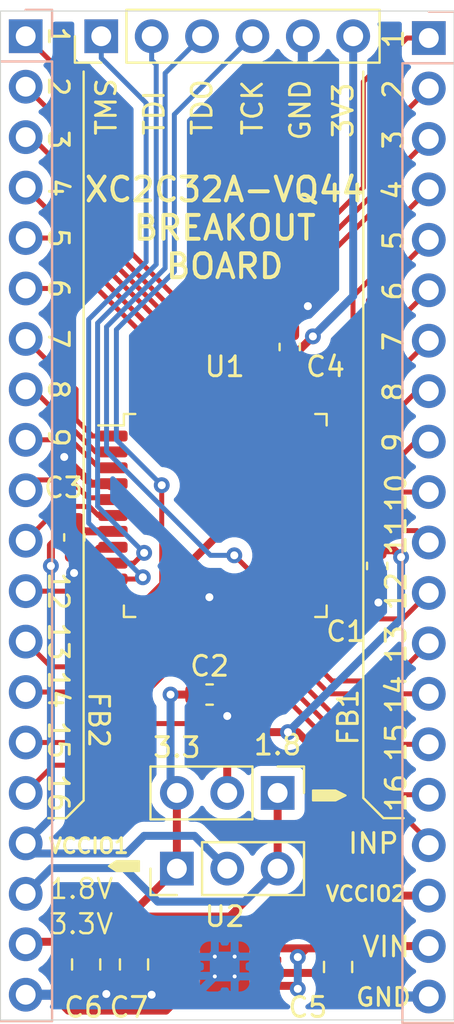
<source format=kicad_pcb>
(kicad_pcb (version 20171130) (host pcbnew "(5.1.6-0-10_14)")

  (general
    (thickness 1.6)
    (drawings 60)
    (tracks 323)
    (zones 0)
    (modules 14)
    (nets 46)
  )

  (page A4)
  (layers
    (0 F.Cu signal)
    (31 B.Cu signal hide)
    (32 B.Adhes user hide)
    (33 F.Adhes user hide)
    (34 B.Paste user hide)
    (35 F.Paste user hide)
    (36 B.SilkS user hide)
    (37 F.SilkS user)
    (38 B.Mask user hide)
    (39 F.Mask user hide)
    (40 Dwgs.User user hide)
    (41 Cmts.User user hide)
    (42 Eco1.User user hide)
    (43 Eco2.User user hide)
    (44 Edge.Cuts user)
    (45 Margin user hide)
    (46 B.CrtYd user)
    (47 F.CrtYd user)
    (48 B.Fab user hide)
    (49 F.Fab user hide)
  )

  (setup
    (last_trace_width 0.25)
    (user_trace_width 0.2)
    (trace_clearance 0.2)
    (zone_clearance 0.508)
    (zone_45_only no)
    (trace_min 0.2)
    (via_size 0.8)
    (via_drill 0.4)
    (via_min_size 0.4)
    (via_min_drill 0.3)
    (uvia_size 0.3)
    (uvia_drill 0.1)
    (uvias_allowed no)
    (uvia_min_size 0.2)
    (uvia_min_drill 0.1)
    (edge_width 0.05)
    (segment_width 0.2)
    (pcb_text_width 0.3)
    (pcb_text_size 1.5 1.5)
    (mod_edge_width 0.12)
    (mod_text_size 1 1)
    (mod_text_width 0.15)
    (pad_size 1.524 1.524)
    (pad_drill 0.762)
    (pad_to_mask_clearance 0.05)
    (aux_axis_origin 0 0)
    (visible_elements FFFFFF7F)
    (pcbplotparams
      (layerselection 0x010fc_ffffffff)
      (usegerberextensions false)
      (usegerberattributes true)
      (usegerberadvancedattributes true)
      (creategerberjobfile true)
      (excludeedgelayer true)
      (linewidth 0.100000)
      (plotframeref false)
      (viasonmask false)
      (mode 1)
      (useauxorigin false)
      (hpglpennumber 1)
      (hpglpenspeed 20)
      (hpglpendiameter 15.000000)
      (psnegative false)
      (psa4output false)
      (plotreference true)
      (plotvalue true)
      (plotinvisibletext false)
      (padsonsilk false)
      (subtractmaskfromsilk false)
      (outputformat 1)
      (mirror false)
      (drillshape 1)
      (scaleselection 1)
      (outputdirectory ""))
  )

  (net 0 "")
  (net 1 GND)
  (net 2 /VCC_IO2)
  (net 3 +3V3)
  (net 4 /VCC_IO1)
  (net 5 VCC)
  (net 6 +1V8)
  (net 7 /TCK)
  (net 8 /TDO)
  (net 9 /TDI)
  (net 10 /TMS)
  (net 11 "Net-(U2-Pad6)")
  (net 12 "Net-(U2-Pad3)")
  (net 13 /INPUT)
  (net 14 /FB1_16)
  (net 15 /FB1_15)
  (net 16 /FB1_14)
  (net 17 /FB1_13)
  (net 18 /FB1_12)
  (net 19 /FB1_11)
  (net 20 /FB1_10)
  (net 21 /FB1_9)
  (net 22 /FB1_8)
  (net 23 /FB1_7)
  (net 24 /FB1_6)
  (net 25 /FB1_5)
  (net 26 /FB1_4)
  (net 27 /FB1_3)
  (net 28 /FB1_2)
  (net 29 /FB1_1)
  (net 30 /FB2_16)
  (net 31 /FB2_15)
  (net 32 /FB2_14)
  (net 33 /FB2_13)
  (net 34 /FB2_12)
  (net 35 /FB2_11)
  (net 36 /FB2_10)
  (net 37 /FB2_9)
  (net 38 /FB2_8)
  (net 39 /FB2_7)
  (net 40 /FB2_6)
  (net 41 /FB2_5)
  (net 42 /FB2_4)
  (net 43 /FB2_3)
  (net 44 /FB2_2)
  (net 45 /FB2_1)

  (net_class Default "This is the default net class."
    (clearance 0.2)
    (trace_width 0.25)
    (via_dia 0.8)
    (via_drill 0.4)
    (uvia_dia 0.3)
    (uvia_drill 0.1)
    (add_net /FB1_1)
    (add_net /FB1_10)
    (add_net /FB1_11)
    (add_net /FB1_12)
    (add_net /FB1_13)
    (add_net /FB1_14)
    (add_net /FB1_15)
    (add_net /FB1_16)
    (add_net /FB1_2)
    (add_net /FB1_3)
    (add_net /FB1_4)
    (add_net /FB1_5)
    (add_net /FB1_6)
    (add_net /FB1_7)
    (add_net /FB1_8)
    (add_net /FB1_9)
    (add_net /FB2_1)
    (add_net /FB2_10)
    (add_net /FB2_11)
    (add_net /FB2_12)
    (add_net /FB2_13)
    (add_net /FB2_14)
    (add_net /FB2_15)
    (add_net /FB2_16)
    (add_net /FB2_2)
    (add_net /FB2_3)
    (add_net /FB2_4)
    (add_net /FB2_5)
    (add_net /FB2_6)
    (add_net /FB2_7)
    (add_net /FB2_8)
    (add_net /FB2_9)
    (add_net /INPUT)
    (add_net /TCK)
    (add_net /TDI)
    (add_net /TDO)
    (add_net /TMS)
    (add_net "Net-(U2-Pad3)")
    (add_net "Net-(U2-Pad6)")
  )

  (net_class Power ""
    (clearance 0.2)
    (trace_width 0.4)
    (via_dia 0.8)
    (via_drill 0.4)
    (uvia_dia 0.3)
    (uvia_drill 0.1)
    (add_net +1V8)
    (add_net +3V3)
    (add_net /VCC_IO1)
    (add_net /VCC_IO2)
    (add_net GND)
    (add_net VCC)
  )

  (module Capacitor_SMD:C_0805_2012Metric (layer F.Cu) (tedit 5B36C52B) (tstamp 5F51E3BD)
    (at 113.538 114.173 270)
    (descr "Capacitor SMD 0805 (2012 Metric), square (rectangular) end terminal, IPC_7351 nominal, (Body size source: https://docs.google.com/spreadsheets/d/1BsfQQcO9C6DZCsRaXUlFlo91Tg2WpOkGARC1WS5S8t0/edit?usp=sharing), generated with kicad-footprint-generator")
    (tags capacitor)
    (path /5F56A487)
    (attr smd)
    (fp_text reference C5 (at 2.032 1.524 180) (layer F.SilkS)
      (effects (font (size 1 1) (thickness 0.15)))
    )
    (fp_text value 2.2uF (at 0 1.65 90) (layer F.Fab)
      (effects (font (size 1 1) (thickness 0.15)))
    )
    (fp_text user %R (at 0 0 90) (layer F.Fab)
      (effects (font (size 0.5 0.5) (thickness 0.08)))
    )
    (fp_line (start -1 0.6) (end -1 -0.6) (layer F.Fab) (width 0.1))
    (fp_line (start -1 -0.6) (end 1 -0.6) (layer F.Fab) (width 0.1))
    (fp_line (start 1 -0.6) (end 1 0.6) (layer F.Fab) (width 0.1))
    (fp_line (start 1 0.6) (end -1 0.6) (layer F.Fab) (width 0.1))
    (fp_line (start -0.258578 -0.71) (end 0.258578 -0.71) (layer F.SilkS) (width 0.12))
    (fp_line (start -0.258578 0.71) (end 0.258578 0.71) (layer F.SilkS) (width 0.12))
    (fp_line (start -1.68 0.95) (end -1.68 -0.95) (layer F.CrtYd) (width 0.05))
    (fp_line (start -1.68 -0.95) (end 1.68 -0.95) (layer F.CrtYd) (width 0.05))
    (fp_line (start 1.68 -0.95) (end 1.68 0.95) (layer F.CrtYd) (width 0.05))
    (fp_line (start 1.68 0.95) (end -1.68 0.95) (layer F.CrtYd) (width 0.05))
    (pad 2 smd roundrect (at 0.9375 0 270) (size 0.975 1.4) (layers F.Cu F.Paste F.Mask) (roundrect_rratio 0.25)
      (net 1 GND))
    (pad 1 smd roundrect (at -0.9375 0 270) (size 0.975 1.4) (layers F.Cu F.Paste F.Mask) (roundrect_rratio 0.25)
      (net 5 VCC))
    (model ${KISYS3DMOD}/Capacitor_SMD.3dshapes/C_0805_2012Metric.wrl
      (at (xyz 0 0 0))
      (scale (xyz 1 1 1))
      (rotate (xyz 0 0 0))
    )
  )

  (module Package_SO:MSOP-8-1EP_3x3mm_P0.65mm_EP2.5x3mm_Mask1.73x2.36mm_ThermalVias (layer F.Cu) (tedit 5DC5FE75) (tstamp 5F51E4EF)
    (at 107.823 114.149 180)
    (descr "MSOP, 8 Pin (http://ww1.microchip.com/downloads/en/DeviceDoc/mic5355_6.pdf#page=15), generated with kicad-footprint-generator ipc_gullwing_generator.py")
    (tags "MSOP SO")
    (path /5F56D6CF)
    (attr smd)
    (fp_text reference U2 (at 0 2.516) (layer F.SilkS)
      (effects (font (size 1 1) (thickness 0.15)))
    )
    (fp_text value MIC5355-SGYMME (at 0 2.45) (layer F.Fab)
      (effects (font (size 1 1) (thickness 0.15)))
    )
    (fp_text user %R (at 0 0) (layer F.Fab)
      (effects (font (size 0.75 0.75) (thickness 0.11)))
    )
    (fp_line (start -0.75 -1.5) (end 1.5 -1.5) (layer F.Fab) (width 0.1))
    (fp_line (start 1.5 -1.5) (end 1.5 1.5) (layer F.Fab) (width 0.1))
    (fp_line (start 1.5 1.5) (end -1.5 1.5) (layer F.Fab) (width 0.1))
    (fp_line (start -1.5 1.5) (end -1.5 -0.75) (layer F.Fab) (width 0.1))
    (fp_line (start -1.5 -0.75) (end -0.75 -1.5) (layer F.Fab) (width 0.1))
    (fp_line (start -3.1 -1.75) (end -3.1 1.75) (layer F.CrtYd) (width 0.05))
    (fp_line (start -3.1 1.75) (end 3.1 1.75) (layer F.CrtYd) (width 0.05))
    (fp_line (start 3.1 1.75) (end 3.1 -1.75) (layer F.CrtYd) (width 0.05))
    (fp_line (start 3.1 -1.75) (end -3.1 -1.75) (layer F.CrtYd) (width 0.05))
    (pad "" smd roundrect (at 0.43 0.59 180) (size 0.72 0.99) (layers F.Paste) (roundrect_rratio 0.25))
    (pad "" smd roundrect (at 0.43 -0.59 180) (size 0.72 0.99) (layers F.Paste) (roundrect_rratio 0.25))
    (pad "" smd roundrect (at -0.43 0.59 180) (size 0.72 0.99) (layers F.Paste) (roundrect_rratio 0.25))
    (pad "" smd roundrect (at -0.43 -0.59 180) (size 0.72 0.99) (layers F.Paste) (roundrect_rratio 0.25))
    (pad 9 smd rect (at 0 0 180) (size 1.5 1.5) (layers B.Cu)
      (net 1 GND))
    (pad 9 thru_hole circle (at 0.5 0.5 180) (size 0.5 0.5) (drill 0.2) (layers *.Cu)
      (net 1 GND))
    (pad 9 thru_hole circle (at -0.5 0.5 180) (size 0.5 0.5) (drill 0.2) (layers *.Cu)
      (net 1 GND))
    (pad 9 thru_hole circle (at 0.5 -0.5 180) (size 0.5 0.5) (drill 0.2) (layers *.Cu)
      (net 1 GND))
    (pad 9 thru_hole circle (at -0.5 -0.5 180) (size 0.5 0.5) (drill 0.2) (layers *.Cu)
      (net 1 GND))
    (pad 9 smd rect (at 0 0 180) (size 2.5 3) (layers F.Cu)
      (net 1 GND))
    (pad "" smd rect (at 0 0 180) (size 1.73 2.36) (layers F.Mask))
    (pad 8 smd roundrect (at 2.175 -0.975 180) (size 1.35 0.35) (layers F.Cu F.Paste F.Mask) (roundrect_rratio 0.25)
      (net 3 +3V3))
    (pad 7 smd roundrect (at 2.175 -0.325 180) (size 1.35 0.35) (layers F.Cu F.Paste F.Mask) (roundrect_rratio 0.25)
      (net 6 +1V8))
    (pad 6 smd roundrect (at 2.175 0.325 180) (size 1.35 0.35) (layers F.Cu F.Paste F.Mask) (roundrect_rratio 0.25)
      (net 11 "Net-(U2-Pad6)"))
    (pad 5 smd roundrect (at 2.175 0.975 180) (size 1.35 0.35) (layers F.Cu F.Paste F.Mask) (roundrect_rratio 0.25)
      (net 5 VCC))
    (pad 4 smd roundrect (at -2.175 0.975 180) (size 1.35 0.35) (layers F.Cu F.Paste F.Mask) (roundrect_rratio 0.25)
      (net 5 VCC))
    (pad 3 smd roundrect (at -2.175 0.325 180) (size 1.35 0.35) (layers F.Cu F.Paste F.Mask) (roundrect_rratio 0.25)
      (net 12 "Net-(U2-Pad3)"))
    (pad 2 smd roundrect (at -2.175 -0.325 180) (size 1.35 0.35) (layers F.Cu F.Paste F.Mask) (roundrect_rratio 0.25)
      (net 1 GND))
    (pad 1 smd roundrect (at -2.175 -0.975 180) (size 1.35 0.35) (layers F.Cu F.Paste F.Mask) (roundrect_rratio 0.25)
      (net 5 VCC))
    (model ${KISYS3DMOD}/Package_SO.3dshapes/MSOP-8-1EP_3x3mm_P0.65mm_EP2.5x3mm_Mask1.73x2.36mm.wrl
      (at (xyz 0 0 0))
      (scale (xyz 1 1 1))
      (rotate (xyz 0 0 0))
    )
  )

  (module Package_QFP:LQFP-44_10x10mm_P0.8mm (layer F.Cu) (tedit 5D9F72AF) (tstamp 5F51EF5D)
    (at 107.85 91.44)
    (descr "LQFP, 44 Pin (https://www.nxp.com/files-static/shared/doc/package_info/98ASS23225W.pdf?&fsrch=1), generated with kicad-footprint-generator ipc_gullwing_generator.py")
    (tags "LQFP QFP")
    (path /5F5281E7)
    (attr smd)
    (fp_text reference U1 (at -0.027 -7.493) (layer F.SilkS)
      (effects (font (size 1 1) (thickness 0.15)))
    )
    (fp_text value XC2C32A-VQ44 (at 0 7.35) (layer F.Fab)
      (effects (font (size 1 1) (thickness 0.15)))
    )
    (fp_text user %R (at 0 0) (layer F.Fab)
      (effects (font (size 1 1) (thickness 0.15)))
    )
    (fp_line (start 4.535 5.11) (end 5.11 5.11) (layer F.SilkS) (width 0.12))
    (fp_line (start 5.11 5.11) (end 5.11 4.535) (layer F.SilkS) (width 0.12))
    (fp_line (start -4.535 5.11) (end -5.11 5.11) (layer F.SilkS) (width 0.12))
    (fp_line (start -5.11 5.11) (end -5.11 4.535) (layer F.SilkS) (width 0.12))
    (fp_line (start 4.535 -5.11) (end 5.11 -5.11) (layer F.SilkS) (width 0.12))
    (fp_line (start 5.11 -5.11) (end 5.11 -4.535) (layer F.SilkS) (width 0.12))
    (fp_line (start -4.535 -5.11) (end -5.11 -5.11) (layer F.SilkS) (width 0.12))
    (fp_line (start -5.11 -5.11) (end -5.11 -4.535) (layer F.SilkS) (width 0.12))
    (fp_line (start -5.11 -4.535) (end -6.4 -4.535) (layer F.SilkS) (width 0.12))
    (fp_line (start -4 -5) (end 5 -5) (layer F.Fab) (width 0.1))
    (fp_line (start 5 -5) (end 5 5) (layer F.Fab) (width 0.1))
    (fp_line (start 5 5) (end -5 5) (layer F.Fab) (width 0.1))
    (fp_line (start -5 5) (end -5 -4) (layer F.Fab) (width 0.1))
    (fp_line (start -5 -4) (end -4 -5) (layer F.Fab) (width 0.1))
    (fp_line (start 0 -6.65) (end -4.52 -6.65) (layer F.CrtYd) (width 0.05))
    (fp_line (start -4.52 -6.65) (end -4.52 -5.25) (layer F.CrtYd) (width 0.05))
    (fp_line (start -4.52 -5.25) (end -5.25 -5.25) (layer F.CrtYd) (width 0.05))
    (fp_line (start -5.25 -5.25) (end -5.25 -4.52) (layer F.CrtYd) (width 0.05))
    (fp_line (start -5.25 -4.52) (end -6.65 -4.52) (layer F.CrtYd) (width 0.05))
    (fp_line (start -6.65 -4.52) (end -6.65 0) (layer F.CrtYd) (width 0.05))
    (fp_line (start 0 -6.65) (end 4.52 -6.65) (layer F.CrtYd) (width 0.05))
    (fp_line (start 4.52 -6.65) (end 4.52 -5.25) (layer F.CrtYd) (width 0.05))
    (fp_line (start 4.52 -5.25) (end 5.25 -5.25) (layer F.CrtYd) (width 0.05))
    (fp_line (start 5.25 -5.25) (end 5.25 -4.52) (layer F.CrtYd) (width 0.05))
    (fp_line (start 5.25 -4.52) (end 6.65 -4.52) (layer F.CrtYd) (width 0.05))
    (fp_line (start 6.65 -4.52) (end 6.65 0) (layer F.CrtYd) (width 0.05))
    (fp_line (start 0 6.65) (end -4.52 6.65) (layer F.CrtYd) (width 0.05))
    (fp_line (start -4.52 6.65) (end -4.52 5.25) (layer F.CrtYd) (width 0.05))
    (fp_line (start -4.52 5.25) (end -5.25 5.25) (layer F.CrtYd) (width 0.05))
    (fp_line (start -5.25 5.25) (end -5.25 4.52) (layer F.CrtYd) (width 0.05))
    (fp_line (start -5.25 4.52) (end -6.65 4.52) (layer F.CrtYd) (width 0.05))
    (fp_line (start -6.65 4.52) (end -6.65 0) (layer F.CrtYd) (width 0.05))
    (fp_line (start 0 6.65) (end 4.52 6.65) (layer F.CrtYd) (width 0.05))
    (fp_line (start 4.52 6.65) (end 4.52 5.25) (layer F.CrtYd) (width 0.05))
    (fp_line (start 4.52 5.25) (end 5.25 5.25) (layer F.CrtYd) (width 0.05))
    (fp_line (start 5.25 5.25) (end 5.25 4.52) (layer F.CrtYd) (width 0.05))
    (fp_line (start 5.25 4.52) (end 6.65 4.52) (layer F.CrtYd) (width 0.05))
    (fp_line (start 6.65 4.52) (end 6.65 0) (layer F.CrtYd) (width 0.05))
    (pad 44 smd roundrect (at -4 -5.6625) (size 0.55 1.475) (layers F.Cu F.Paste F.Mask) (roundrect_rratio 0.25)
      (net 40 /FB2_6))
    (pad 43 smd roundrect (at -3.2 -5.6625) (size 0.55 1.475) (layers F.Cu F.Paste F.Mask) (roundrect_rratio 0.25)
      (net 41 /FB2_5))
    (pad 42 smd roundrect (at -2.4 -5.6625) (size 0.55 1.475) (layers F.Cu F.Paste F.Mask) (roundrect_rratio 0.25)
      (net 42 /FB2_4))
    (pad 41 smd roundrect (at -1.6 -5.6625) (size 0.55 1.475) (layers F.Cu F.Paste F.Mask) (roundrect_rratio 0.25)
      (net 43 /FB2_3))
    (pad 40 smd roundrect (at -0.8 -5.6625) (size 0.55 1.475) (layers F.Cu F.Paste F.Mask) (roundrect_rratio 0.25)
      (net 44 /FB2_2))
    (pad 39 smd roundrect (at 0 -5.6625) (size 0.55 1.475) (layers F.Cu F.Paste F.Mask) (roundrect_rratio 0.25)
      (net 45 /FB2_1))
    (pad 38 smd roundrect (at 0.8 -5.6625) (size 0.55 1.475) (layers F.Cu F.Paste F.Mask) (roundrect_rratio 0.25)
      (net 29 /FB1_1))
    (pad 37 smd roundrect (at 1.6 -5.6625) (size 0.55 1.475) (layers F.Cu F.Paste F.Mask) (roundrect_rratio 0.25)
      (net 28 /FB1_2))
    (pad 36 smd roundrect (at 2.4 -5.6625) (size 0.55 1.475) (layers F.Cu F.Paste F.Mask) (roundrect_rratio 0.25)
      (net 27 /FB1_3))
    (pad 35 smd roundrect (at 3.2 -5.6625) (size 0.55 1.475) (layers F.Cu F.Paste F.Mask) (roundrect_rratio 0.25)
      (net 3 +3V3))
    (pad 34 smd roundrect (at 4 -5.6625) (size 0.55 1.475) (layers F.Cu F.Paste F.Mask) (roundrect_rratio 0.25)
      (net 26 /FB1_4))
    (pad 33 smd roundrect (at 5.6625 -4) (size 1.475 0.55) (layers F.Cu F.Paste F.Mask) (roundrect_rratio 0.25)
      (net 25 /FB1_5))
    (pad 32 smd roundrect (at 5.6625 -3.2) (size 1.475 0.55) (layers F.Cu F.Paste F.Mask) (roundrect_rratio 0.25)
      (net 24 /FB1_6))
    (pad 31 smd roundrect (at 5.6625 -2.4) (size 1.475 0.55) (layers F.Cu F.Paste F.Mask) (roundrect_rratio 0.25)
      (net 23 /FB1_7))
    (pad 30 smd roundrect (at 5.6625 -1.6) (size 1.475 0.55) (layers F.Cu F.Paste F.Mask) (roundrect_rratio 0.25)
      (net 22 /FB1_8))
    (pad 29 smd roundrect (at 5.6625 -0.8) (size 1.475 0.55) (layers F.Cu F.Paste F.Mask) (roundrect_rratio 0.25)
      (net 21 /FB1_9))
    (pad 28 smd roundrect (at 5.6625 0) (size 1.475 0.55) (layers F.Cu F.Paste F.Mask) (roundrect_rratio 0.25)
      (net 20 /FB1_10))
    (pad 27 smd roundrect (at 5.6625 0.8) (size 1.475 0.55) (layers F.Cu F.Paste F.Mask) (roundrect_rratio 0.25)
      (net 19 /FB1_11))
    (pad 26 smd roundrect (at 5.6625 1.6) (size 1.475 0.55) (layers F.Cu F.Paste F.Mask) (roundrect_rratio 0.25)
      (net 2 /VCC_IO2))
    (pad 25 smd roundrect (at 5.6625 2.4) (size 1.475 0.55) (layers F.Cu F.Paste F.Mask) (roundrect_rratio 0.25)
      (net 1 GND))
    (pad 24 smd roundrect (at 5.6625 3.2) (size 1.475 0.55) (layers F.Cu F.Paste F.Mask) (roundrect_rratio 0.25)
      (net 8 /TDO))
    (pad 23 smd roundrect (at 5.6625 4) (size 1.475 0.55) (layers F.Cu F.Paste F.Mask) (roundrect_rratio 0.25)
      (net 18 /FB1_12))
    (pad 22 smd roundrect (at 4 5.6625) (size 0.55 1.475) (layers F.Cu F.Paste F.Mask) (roundrect_rratio 0.25)
      (net 17 /FB1_13))
    (pad 21 smd roundrect (at 3.2 5.6625) (size 0.55 1.475) (layers F.Cu F.Paste F.Mask) (roundrect_rratio 0.25)
      (net 16 /FB1_14))
    (pad 20 smd roundrect (at 2.4 5.6625) (size 0.55 1.475) (layers F.Cu F.Paste F.Mask) (roundrect_rratio 0.25)
      (net 15 /FB1_15))
    (pad 19 smd roundrect (at 1.6 5.6625) (size 0.55 1.475) (layers F.Cu F.Paste F.Mask) (roundrect_rratio 0.25)
      (net 14 /FB1_16))
    (pad 18 smd roundrect (at 0.8 5.6625) (size 0.55 1.475) (layers F.Cu F.Paste F.Mask) (roundrect_rratio 0.25)
      (net 13 /INPUT))
    (pad 17 smd roundrect (at 0 5.6625) (size 0.55 1.475) (layers F.Cu F.Paste F.Mask) (roundrect_rratio 0.25)
      (net 1 GND))
    (pad 16 smd roundrect (at -0.8 5.6625) (size 0.55 1.475) (layers F.Cu F.Paste F.Mask) (roundrect_rratio 0.25)
      (net 30 /FB2_16))
    (pad 15 smd roundrect (at -1.6 5.6625) (size 0.55 1.475) (layers F.Cu F.Paste F.Mask) (roundrect_rratio 0.25)
      (net 3 +3V3))
    (pad 14 smd roundrect (at -2.4 5.6625) (size 0.55 1.475) (layers F.Cu F.Paste F.Mask) (roundrect_rratio 0.25)
      (net 31 /FB2_15))
    (pad 13 smd roundrect (at -3.2 5.6625) (size 0.55 1.475) (layers F.Cu F.Paste F.Mask) (roundrect_rratio 0.25)
      (net 32 /FB2_14))
    (pad 12 smd roundrect (at -4 5.6625) (size 0.55 1.475) (layers F.Cu F.Paste F.Mask) (roundrect_rratio 0.25)
      (net 33 /FB2_13))
    (pad 11 smd roundrect (at -5.6625 4) (size 1.475 0.55) (layers F.Cu F.Paste F.Mask) (roundrect_rratio 0.25)
      (net 7 /TCK))
    (pad 10 smd roundrect (at -5.6625 3.2) (size 1.475 0.55) (layers F.Cu F.Paste F.Mask) (roundrect_rratio 0.25)
      (net 10 /TMS))
    (pad 9 smd roundrect (at -5.6625 2.4) (size 1.475 0.55) (layers F.Cu F.Paste F.Mask) (roundrect_rratio 0.25)
      (net 9 /TDI))
    (pad 8 smd roundrect (at -5.6625 1.6) (size 1.475 0.55) (layers F.Cu F.Paste F.Mask) (roundrect_rratio 0.25)
      (net 34 /FB2_12))
    (pad 7 smd roundrect (at -5.6625 0.8) (size 1.475 0.55) (layers F.Cu F.Paste F.Mask) (roundrect_rratio 0.25)
      (net 4 /VCC_IO1))
    (pad 6 smd roundrect (at -5.6625 0) (size 1.475 0.55) (layers F.Cu F.Paste F.Mask) (roundrect_rratio 0.25)
      (net 35 /FB2_11))
    (pad 5 smd roundrect (at -5.6625 -0.8) (size 1.475 0.55) (layers F.Cu F.Paste F.Mask) (roundrect_rratio 0.25)
      (net 36 /FB2_10))
    (pad 4 smd roundrect (at -5.6625 -1.6) (size 1.475 0.55) (layers F.Cu F.Paste F.Mask) (roundrect_rratio 0.25)
      (net 1 GND))
    (pad 3 smd roundrect (at -5.6625 -2.4) (size 1.475 0.55) (layers F.Cu F.Paste F.Mask) (roundrect_rratio 0.25)
      (net 37 /FB2_9))
    (pad 2 smd roundrect (at -5.6625 -3.2) (size 1.475 0.55) (layers F.Cu F.Paste F.Mask) (roundrect_rratio 0.25)
      (net 38 /FB2_8))
    (pad 1 smd roundrect (at -5.6625 -4) (size 1.475 0.55) (layers F.Cu F.Paste F.Mask) (roundrect_rratio 0.25)
      (net 39 /FB2_7))
    (model ${KISYS3DMOD}/Package_QFP.3dshapes/LQFP-44_10x10mm_P0.8mm.wrl
      (at (xyz 0 0 0))
      (scale (xyz 1 1 1))
      (rotate (xyz 0 0 0))
    )
  )

  (module Connector_PinHeader_2.54mm:PinHeader_1x03_P2.54mm_Vertical (layer F.Cu) (tedit 59FED5CC) (tstamp 5F51E477)
    (at 105.41 109.22 90)
    (descr "Through hole straight pin header, 1x03, 2.54mm pitch, single row")
    (tags "Through hole pin header THT 1x03 2.54mm single row")
    (path /5F52F568)
    (fp_text reference JP2 (at 0.127 -3.048 180) (layer F.SilkS) hide
      (effects (font (size 1 1) (thickness 0.15)))
    )
    (fp_text value Jumper_3_Open (at 0 7.41 90) (layer F.Fab)
      (effects (font (size 1 1) (thickness 0.15)))
    )
    (fp_text user %R (at 0 2.54) (layer F.Fab)
      (effects (font (size 1 1) (thickness 0.15)))
    )
    (fp_line (start -0.635 -1.27) (end 1.27 -1.27) (layer F.Fab) (width 0.1))
    (fp_line (start 1.27 -1.27) (end 1.27 6.35) (layer F.Fab) (width 0.1))
    (fp_line (start 1.27 6.35) (end -1.27 6.35) (layer F.Fab) (width 0.1))
    (fp_line (start -1.27 6.35) (end -1.27 -0.635) (layer F.Fab) (width 0.1))
    (fp_line (start -1.27 -0.635) (end -0.635 -1.27) (layer F.Fab) (width 0.1))
    (fp_line (start -1.33 6.41) (end 1.33 6.41) (layer F.SilkS) (width 0.12))
    (fp_line (start -1.33 1.27) (end -1.33 6.41) (layer F.SilkS) (width 0.12))
    (fp_line (start 1.33 1.27) (end 1.33 6.41) (layer F.SilkS) (width 0.12))
    (fp_line (start -1.33 1.27) (end 1.33 1.27) (layer F.SilkS) (width 0.12))
    (fp_line (start -1.33 0) (end -1.33 -1.33) (layer F.SilkS) (width 0.12))
    (fp_line (start -1.33 -1.33) (end 0 -1.33) (layer F.SilkS) (width 0.12))
    (fp_line (start -1.8 -1.8) (end -1.8 6.85) (layer F.CrtYd) (width 0.05))
    (fp_line (start -1.8 6.85) (end 1.8 6.85) (layer F.CrtYd) (width 0.05))
    (fp_line (start 1.8 6.85) (end 1.8 -1.8) (layer F.CrtYd) (width 0.05))
    (fp_line (start 1.8 -1.8) (end -1.8 -1.8) (layer F.CrtYd) (width 0.05))
    (pad 3 thru_hole oval (at 0 5.08 90) (size 1.7 1.7) (drill 1) (layers *.Cu *.Mask)
      (net 6 +1V8))
    (pad 2 thru_hole oval (at 0 2.54 90) (size 1.7 1.7) (drill 1) (layers *.Cu *.Mask)
      (net 4 /VCC_IO1))
    (pad 1 thru_hole rect (at 0 0 90) (size 1.7 1.7) (drill 1) (layers *.Cu *.Mask)
      (net 3 +3V3))
    (model ${KISYS3DMOD}/Connector_PinHeader_2.54mm.3dshapes/PinHeader_1x03_P2.54mm_Vertical.wrl
      (at (xyz 0 0 0))
      (scale (xyz 1 1 1))
      (rotate (xyz 0 0 0))
    )
  )

  (module Connector_PinHeader_2.54mm:PinHeader_1x03_P2.54mm_Vertical (layer F.Cu) (tedit 59FED5CC) (tstamp 5F51E460)
    (at 110.49 105.41 270)
    (descr "Through hole straight pin header, 1x03, 2.54mm pitch, single row")
    (tags "Through hole pin header THT 1x03 2.54mm single row")
    (path /5F52DC43)
    (fp_text reference JP1 (at 0 8.0645 180) (layer F.SilkS) hide
      (effects (font (size 1 1) (thickness 0.15)))
    )
    (fp_text value Jumper_3_Open (at 0 7.41 90) (layer F.Fab)
      (effects (font (size 1 1) (thickness 0.15)))
    )
    (fp_text user %R (at 1.27 3.81) (layer F.Fab)
      (effects (font (size 1 1) (thickness 0.15)))
    )
    (fp_line (start -0.635 -1.27) (end 1.27 -1.27) (layer F.Fab) (width 0.1))
    (fp_line (start 1.27 -1.27) (end 1.27 6.35) (layer F.Fab) (width 0.1))
    (fp_line (start 1.27 6.35) (end -1.27 6.35) (layer F.Fab) (width 0.1))
    (fp_line (start -1.27 6.35) (end -1.27 -0.635) (layer F.Fab) (width 0.1))
    (fp_line (start -1.27 -0.635) (end -0.635 -1.27) (layer F.Fab) (width 0.1))
    (fp_line (start -1.33 6.41) (end 1.33 6.41) (layer F.SilkS) (width 0.12))
    (fp_line (start -1.33 1.27) (end -1.33 6.41) (layer F.SilkS) (width 0.12))
    (fp_line (start 1.33 1.27) (end 1.33 6.41) (layer F.SilkS) (width 0.12))
    (fp_line (start -1.33 1.27) (end 1.33 1.27) (layer F.SilkS) (width 0.12))
    (fp_line (start -1.33 0) (end -1.33 -1.33) (layer F.SilkS) (width 0.12))
    (fp_line (start -1.33 -1.33) (end 0 -1.33) (layer F.SilkS) (width 0.12))
    (fp_line (start -1.8 -1.8) (end -1.8 6.85) (layer F.CrtYd) (width 0.05))
    (fp_line (start -1.8 6.85) (end 1.8 6.85) (layer F.CrtYd) (width 0.05))
    (fp_line (start 1.8 6.85) (end 1.8 -1.8) (layer F.CrtYd) (width 0.05))
    (fp_line (start 1.8 -1.8) (end -1.8 -1.8) (layer F.CrtYd) (width 0.05))
    (pad 3 thru_hole oval (at 0 5.08 270) (size 1.7 1.7) (drill 1) (layers *.Cu *.Mask)
      (net 3 +3V3))
    (pad 2 thru_hole oval (at 0 2.54 270) (size 1.7 1.7) (drill 1) (layers *.Cu *.Mask)
      (net 2 /VCC_IO2))
    (pad 1 thru_hole rect (at 0 0 270) (size 1.7 1.7) (drill 1) (layers *.Cu *.Mask)
      (net 6 +1V8))
    (model ${KISYS3DMOD}/Connector_PinHeader_2.54mm.3dshapes/PinHeader_1x03_P2.54mm_Vertical.wrl
      (at (xyz 0 0 0))
      (scale (xyz 1 1 1))
      (rotate (xyz 0 0 0))
    )
  )

  (module Connector_PinHeader_2.54mm:PinHeader_1x06_P2.54mm_Vertical (layer F.Cu) (tedit 59FED5CC) (tstamp 5F51E449)
    (at 101.6 67.31 90)
    (descr "Through hole straight pin header, 1x06, 2.54mm pitch, single row")
    (tags "Through hole pin header THT 1x06 2.54mm single row")
    (path /5F5F7FB9)
    (fp_text reference J3 (at 0 -2.33 90) (layer F.SilkS) hide
      (effects (font (size 1 1) (thickness 0.15)))
    )
    (fp_text value Conn_01x06_Male (at 0 15.03 90) (layer F.Fab)
      (effects (font (size 1 1) (thickness 0.15)))
    )
    (fp_text user %R (at 0 6.35) (layer F.Fab)
      (effects (font (size 1 1) (thickness 0.15)))
    )
    (fp_line (start -0.635 -1.27) (end 1.27 -1.27) (layer F.Fab) (width 0.1))
    (fp_line (start 1.27 -1.27) (end 1.27 13.97) (layer F.Fab) (width 0.1))
    (fp_line (start 1.27 13.97) (end -1.27 13.97) (layer F.Fab) (width 0.1))
    (fp_line (start -1.27 13.97) (end -1.27 -0.635) (layer F.Fab) (width 0.1))
    (fp_line (start -1.27 -0.635) (end -0.635 -1.27) (layer F.Fab) (width 0.1))
    (fp_line (start -1.33 14.03) (end 1.33 14.03) (layer F.SilkS) (width 0.12))
    (fp_line (start -1.33 1.27) (end -1.33 14.03) (layer F.SilkS) (width 0.12))
    (fp_line (start 1.33 1.27) (end 1.33 14.03) (layer F.SilkS) (width 0.12))
    (fp_line (start -1.33 1.27) (end 1.33 1.27) (layer F.SilkS) (width 0.12))
    (fp_line (start -1.33 0) (end -1.33 -1.33) (layer F.SilkS) (width 0.12))
    (fp_line (start -1.33 -1.33) (end 0 -1.33) (layer F.SilkS) (width 0.12))
    (fp_line (start -1.8 -1.8) (end -1.8 14.5) (layer F.CrtYd) (width 0.05))
    (fp_line (start -1.8 14.5) (end 1.8 14.5) (layer F.CrtYd) (width 0.05))
    (fp_line (start 1.8 14.5) (end 1.8 -1.8) (layer F.CrtYd) (width 0.05))
    (fp_line (start 1.8 -1.8) (end -1.8 -1.8) (layer F.CrtYd) (width 0.05))
    (pad 6 thru_hole oval (at 0 12.7 90) (size 1.7 1.7) (drill 1) (layers *.Cu *.Mask)
      (net 3 +3V3))
    (pad 5 thru_hole oval (at 0 10.16 90) (size 1.7 1.7) (drill 1) (layers *.Cu *.Mask)
      (net 1 GND))
    (pad 4 thru_hole oval (at 0 7.62 90) (size 1.7 1.7) (drill 1) (layers *.Cu *.Mask)
      (net 7 /TCK))
    (pad 3 thru_hole oval (at 0 5.08 90) (size 1.7 1.7) (drill 1) (layers *.Cu *.Mask)
      (net 8 /TDO))
    (pad 2 thru_hole oval (at 0 2.54 90) (size 1.7 1.7) (drill 1) (layers *.Cu *.Mask)
      (net 9 /TDI))
    (pad 1 thru_hole rect (at 0 0 90) (size 1.7 1.7) (drill 1) (layers *.Cu *.Mask)
      (net 10 /TMS))
    (model ${KISYS3DMOD}/Connector_PinHeader_2.54mm.3dshapes/PinHeader_1x06_P2.54mm_Vertical.wrl
      (at (xyz 0 0 0))
      (scale (xyz 1 1 1))
      (rotate (xyz 0 0 0))
    )
  )

  (module Connector_PinHeader_2.54mm:PinHeader_1x20_P2.54mm_Vertical (layer B.Cu) (tedit 59FED5CC) (tstamp 5F51E42F)
    (at 97.79 67.31 180)
    (descr "Through hole straight pin header, 1x20, 2.54mm pitch, single row")
    (tags "Through hole pin header THT 1x20 2.54mm single row")
    (path /5F5A6F17)
    (fp_text reference J2 (at 0 2.33) (layer B.SilkS) hide
      (effects (font (size 1 1) (thickness 0.15)) (justify mirror))
    )
    (fp_text value Conn_01x20_Male (at 0 -50.59) (layer B.Fab)
      (effects (font (size 1 1) (thickness 0.15)) (justify mirror))
    )
    (fp_text user %R (at 0 -24.13 -90) (layer B.Fab)
      (effects (font (size 1 1) (thickness 0.15)) (justify mirror))
    )
    (fp_line (start -0.635 1.27) (end 1.27 1.27) (layer B.Fab) (width 0.1))
    (fp_line (start 1.27 1.27) (end 1.27 -49.53) (layer B.Fab) (width 0.1))
    (fp_line (start 1.27 -49.53) (end -1.27 -49.53) (layer B.Fab) (width 0.1))
    (fp_line (start -1.27 -49.53) (end -1.27 0.635) (layer B.Fab) (width 0.1))
    (fp_line (start -1.27 0.635) (end -0.635 1.27) (layer B.Fab) (width 0.1))
    (fp_line (start -1.33 -49.59) (end 1.33 -49.59) (layer B.SilkS) (width 0.12))
    (fp_line (start -1.33 -1.27) (end -1.33 -49.59) (layer B.SilkS) (width 0.12))
    (fp_line (start 1.33 -1.27) (end 1.33 -49.59) (layer B.SilkS) (width 0.12))
    (fp_line (start -1.33 -1.27) (end 1.33 -1.27) (layer B.SilkS) (width 0.12))
    (fp_line (start -1.33 0) (end -1.33 1.33) (layer B.SilkS) (width 0.12))
    (fp_line (start -1.33 1.33) (end 0 1.33) (layer B.SilkS) (width 0.12))
    (fp_line (start -1.8 1.8) (end -1.8 -50.05) (layer B.CrtYd) (width 0.05))
    (fp_line (start -1.8 -50.05) (end 1.8 -50.05) (layer B.CrtYd) (width 0.05))
    (fp_line (start 1.8 -50.05) (end 1.8 1.8) (layer B.CrtYd) (width 0.05))
    (fp_line (start 1.8 1.8) (end -1.8 1.8) (layer B.CrtYd) (width 0.05))
    (pad 20 thru_hole oval (at 0 -48.26 180) (size 1.7 1.7) (drill 1) (layers *.Cu *.Mask)
      (net 1 GND))
    (pad 19 thru_hole oval (at 0 -45.72 180) (size 1.7 1.7) (drill 1) (layers *.Cu *.Mask)
      (net 3 +3V3))
    (pad 18 thru_hole oval (at 0 -43.18 180) (size 1.7 1.7) (drill 1) (layers *.Cu *.Mask)
      (net 6 +1V8))
    (pad 17 thru_hole oval (at 0 -40.64 180) (size 1.7 1.7) (drill 1) (layers *.Cu *.Mask)
      (net 4 /VCC_IO1))
    (pad 16 thru_hole oval (at 0 -38.1 180) (size 1.7 1.7) (drill 1) (layers *.Cu *.Mask)
      (net 30 /FB2_16))
    (pad 15 thru_hole oval (at 0 -35.56 180) (size 1.7 1.7) (drill 1) (layers *.Cu *.Mask)
      (net 31 /FB2_15))
    (pad 14 thru_hole oval (at 0 -33.02 180) (size 1.7 1.7) (drill 1) (layers *.Cu *.Mask)
      (net 32 /FB2_14))
    (pad 13 thru_hole oval (at 0 -30.48 180) (size 1.7 1.7) (drill 1) (layers *.Cu *.Mask)
      (net 33 /FB2_13))
    (pad 12 thru_hole oval (at 0 -27.94 180) (size 1.7 1.7) (drill 1) (layers *.Cu *.Mask)
      (net 34 /FB2_12))
    (pad 11 thru_hole oval (at 0 -25.4 180) (size 1.7 1.7) (drill 1) (layers *.Cu *.Mask)
      (net 35 /FB2_11))
    (pad 10 thru_hole oval (at 0 -22.86 180) (size 1.7 1.7) (drill 1) (layers *.Cu *.Mask)
      (net 36 /FB2_10))
    (pad 9 thru_hole oval (at 0 -20.32 180) (size 1.7 1.7) (drill 1) (layers *.Cu *.Mask)
      (net 37 /FB2_9))
    (pad 8 thru_hole oval (at 0 -17.78 180) (size 1.7 1.7) (drill 1) (layers *.Cu *.Mask)
      (net 38 /FB2_8))
    (pad 7 thru_hole oval (at 0 -15.24 180) (size 1.7 1.7) (drill 1) (layers *.Cu *.Mask)
      (net 39 /FB2_7))
    (pad 6 thru_hole oval (at 0 -12.7 180) (size 1.7 1.7) (drill 1) (layers *.Cu *.Mask)
      (net 40 /FB2_6))
    (pad 5 thru_hole oval (at 0 -10.16 180) (size 1.7 1.7) (drill 1) (layers *.Cu *.Mask)
      (net 41 /FB2_5))
    (pad 4 thru_hole oval (at 0 -7.62 180) (size 1.7 1.7) (drill 1) (layers *.Cu *.Mask)
      (net 42 /FB2_4))
    (pad 3 thru_hole oval (at 0 -5.08 180) (size 1.7 1.7) (drill 1) (layers *.Cu *.Mask)
      (net 43 /FB2_3))
    (pad 2 thru_hole oval (at 0 -2.54 180) (size 1.7 1.7) (drill 1) (layers *.Cu *.Mask)
      (net 44 /FB2_2))
    (pad 1 thru_hole rect (at 0 0 180) (size 1.7 1.7) (drill 1) (layers *.Cu *.Mask)
      (net 45 /FB2_1))
    (model ${KISYS3DMOD}/Connector_PinHeader_2.54mm.3dshapes/PinHeader_1x20_P2.54mm_Vertical.wrl
      (at (xyz 0 0 0))
      (scale (xyz 1 1 1))
      (rotate (xyz 0 0 0))
    )
  )

  (module Connector_PinHeader_2.54mm:PinHeader_1x20_P2.54mm_Vertical (layer B.Cu) (tedit 59FED5CC) (tstamp 5F51E407)
    (at 118.11 67.4 180)
    (descr "Through hole straight pin header, 1x20, 2.54mm pitch, single row")
    (tags "Through hole pin header THT 1x20 2.54mm single row")
    (path /5F5A3152)
    (fp_text reference J1 (at 0 2.33) (layer B.SilkS) hide
      (effects (font (size 1 1) (thickness 0.15)) (justify mirror))
    )
    (fp_text value Conn_01x20_Male (at 0 -50.59) (layer B.Fab)
      (effects (font (size 1 1) (thickness 0.15)) (justify mirror))
    )
    (fp_text user %R (at 0 -24.13 270) (layer B.Fab)
      (effects (font (size 1 1) (thickness 0.15)) (justify mirror))
    )
    (fp_line (start -0.635 1.27) (end 1.27 1.27) (layer B.Fab) (width 0.1))
    (fp_line (start 1.27 1.27) (end 1.27 -49.53) (layer B.Fab) (width 0.1))
    (fp_line (start 1.27 -49.53) (end -1.27 -49.53) (layer B.Fab) (width 0.1))
    (fp_line (start -1.27 -49.53) (end -1.27 0.635) (layer B.Fab) (width 0.1))
    (fp_line (start -1.27 0.635) (end -0.635 1.27) (layer B.Fab) (width 0.1))
    (fp_line (start -1.33 -49.59) (end 1.33 -49.59) (layer B.SilkS) (width 0.12))
    (fp_line (start -1.33 -1.27) (end -1.33 -49.59) (layer B.SilkS) (width 0.12))
    (fp_line (start 1.33 -1.27) (end 1.33 -49.59) (layer B.SilkS) (width 0.12))
    (fp_line (start -1.33 -1.27) (end 1.33 -1.27) (layer B.SilkS) (width 0.12))
    (fp_line (start -1.33 0) (end -1.33 1.33) (layer B.SilkS) (width 0.12))
    (fp_line (start -1.33 1.33) (end 0 1.33) (layer B.SilkS) (width 0.12))
    (fp_line (start -1.8 1.8) (end -1.8 -50.05) (layer B.CrtYd) (width 0.05))
    (fp_line (start -1.8 -50.05) (end 1.8 -50.05) (layer B.CrtYd) (width 0.05))
    (fp_line (start 1.8 -50.05) (end 1.8 1.8) (layer B.CrtYd) (width 0.05))
    (fp_line (start 1.8 1.8) (end -1.8 1.8) (layer B.CrtYd) (width 0.05))
    (pad 20 thru_hole oval (at 0 -48.26 180) (size 1.7 1.7) (drill 1) (layers *.Cu *.Mask)
      (net 1 GND))
    (pad 19 thru_hole oval (at 0 -45.72 180) (size 1.7 1.7) (drill 1) (layers *.Cu *.Mask)
      (net 5 VCC))
    (pad 18 thru_hole oval (at 0 -43.18 180) (size 1.7 1.7) (drill 1) (layers *.Cu *.Mask)
      (net 2 /VCC_IO2))
    (pad 17 thru_hole oval (at 0 -40.64 180) (size 1.7 1.7) (drill 1) (layers *.Cu *.Mask)
      (net 13 /INPUT))
    (pad 16 thru_hole oval (at 0 -38.1 180) (size 1.7 1.7) (drill 1) (layers *.Cu *.Mask)
      (net 14 /FB1_16))
    (pad 15 thru_hole oval (at 0 -35.56 180) (size 1.7 1.7) (drill 1) (layers *.Cu *.Mask)
      (net 15 /FB1_15))
    (pad 14 thru_hole oval (at 0 -33.02 180) (size 1.7 1.7) (drill 1) (layers *.Cu *.Mask)
      (net 16 /FB1_14))
    (pad 13 thru_hole oval (at 0 -30.48 180) (size 1.7 1.7) (drill 1) (layers *.Cu *.Mask)
      (net 17 /FB1_13))
    (pad 12 thru_hole oval (at 0 -27.94 180) (size 1.7 1.7) (drill 1) (layers *.Cu *.Mask)
      (net 18 /FB1_12))
    (pad 11 thru_hole oval (at 0 -25.4 180) (size 1.7 1.7) (drill 1) (layers *.Cu *.Mask)
      (net 19 /FB1_11))
    (pad 10 thru_hole oval (at 0 -22.86 180) (size 1.7 1.7) (drill 1) (layers *.Cu *.Mask)
      (net 20 /FB1_10))
    (pad 9 thru_hole oval (at 0 -20.32 180) (size 1.7 1.7) (drill 1) (layers *.Cu *.Mask)
      (net 21 /FB1_9))
    (pad 8 thru_hole oval (at 0 -17.78 180) (size 1.7 1.7) (drill 1) (layers *.Cu *.Mask)
      (net 22 /FB1_8))
    (pad 7 thru_hole oval (at 0 -15.24 180) (size 1.7 1.7) (drill 1) (layers *.Cu *.Mask)
      (net 23 /FB1_7))
    (pad 6 thru_hole oval (at 0 -12.7 180) (size 1.7 1.7) (drill 1) (layers *.Cu *.Mask)
      (net 24 /FB1_6))
    (pad 5 thru_hole oval (at 0 -10.16 180) (size 1.7 1.7) (drill 1) (layers *.Cu *.Mask)
      (net 25 /FB1_5))
    (pad 4 thru_hole oval (at 0 -7.62 180) (size 1.7 1.7) (drill 1) (layers *.Cu *.Mask)
      (net 26 /FB1_4))
    (pad 3 thru_hole oval (at 0 -5.08 180) (size 1.7 1.7) (drill 1) (layers *.Cu *.Mask)
      (net 27 /FB1_3))
    (pad 2 thru_hole oval (at 0 -2.54 180) (size 1.7 1.7) (drill 1) (layers *.Cu *.Mask)
      (net 28 /FB1_2))
    (pad 1 thru_hole rect (at 0 0 180) (size 1.7 1.7) (drill 1) (layers *.Cu *.Mask)
      (net 29 /FB1_1))
    (model ${KISYS3DMOD}/Connector_PinHeader_2.54mm.3dshapes/PinHeader_1x20_P2.54mm_Vertical.wrl
      (at (xyz 0 0 0))
      (scale (xyz 1 1 1))
      (rotate (xyz 0 0 0))
    )
  )

  (module Capacitor_SMD:C_0805_2012Metric (layer F.Cu) (tedit 5B36C52B) (tstamp 5F51E3DF)
    (at 100.838 114.046 270)
    (descr "Capacitor SMD 0805 (2012 Metric), square (rectangular) end terminal, IPC_7351 nominal, (Body size source: https://docs.google.com/spreadsheets/d/1BsfQQcO9C6DZCsRaXUlFlo91Tg2WpOkGARC1WS5S8t0/edit?usp=sharing), generated with kicad-footprint-generator")
    (tags capacitor)
    (path /5F57CDF7)
    (attr smd)
    (fp_text reference C7 (at 2.159 -2.159 180) (layer F.SilkS)
      (effects (font (size 1 1) (thickness 0.15)))
    )
    (fp_text value 2.2uF (at 0 1.65 90) (layer F.Fab)
      (effects (font (size 1 1) (thickness 0.15)))
    )
    (fp_text user %R (at 0 0 90) (layer F.Fab)
      (effects (font (size 0.5 0.5) (thickness 0.08)))
    )
    (fp_line (start -1 0.6) (end -1 -0.6) (layer F.Fab) (width 0.1))
    (fp_line (start -1 -0.6) (end 1 -0.6) (layer F.Fab) (width 0.1))
    (fp_line (start 1 -0.6) (end 1 0.6) (layer F.Fab) (width 0.1))
    (fp_line (start 1 0.6) (end -1 0.6) (layer F.Fab) (width 0.1))
    (fp_line (start -0.258578 -0.71) (end 0.258578 -0.71) (layer F.SilkS) (width 0.12))
    (fp_line (start -0.258578 0.71) (end 0.258578 0.71) (layer F.SilkS) (width 0.12))
    (fp_line (start -1.68 0.95) (end -1.68 -0.95) (layer F.CrtYd) (width 0.05))
    (fp_line (start -1.68 -0.95) (end 1.68 -0.95) (layer F.CrtYd) (width 0.05))
    (fp_line (start 1.68 -0.95) (end 1.68 0.95) (layer F.CrtYd) (width 0.05))
    (fp_line (start 1.68 0.95) (end -1.68 0.95) (layer F.CrtYd) (width 0.05))
    (pad 2 smd roundrect (at 0.9375 0 270) (size 0.975 1.4) (layers F.Cu F.Paste F.Mask) (roundrect_rratio 0.25)
      (net 1 GND))
    (pad 1 smd roundrect (at -0.9375 0 270) (size 0.975 1.4) (layers F.Cu F.Paste F.Mask) (roundrect_rratio 0.25)
      (net 3 +3V3))
    (model ${KISYS3DMOD}/Capacitor_SMD.3dshapes/C_0805_2012Metric.wrl
      (at (xyz 0 0 0))
      (scale (xyz 1 1 1))
      (rotate (xyz 0 0 0))
    )
  )

  (module Capacitor_SMD:C_0805_2012Metric (layer F.Cu) (tedit 5B36C52B) (tstamp 5F51E3CE)
    (at 103.251 114.046 270)
    (descr "Capacitor SMD 0805 (2012 Metric), square (rectangular) end terminal, IPC_7351 nominal, (Body size source: https://docs.google.com/spreadsheets/d/1BsfQQcO9C6DZCsRaXUlFlo91Tg2WpOkGARC1WS5S8t0/edit?usp=sharing), generated with kicad-footprint-generator")
    (tags capacitor)
    (path /5F57C568)
    (attr smd)
    (fp_text reference C6 (at 2.159 2.54 180) (layer F.SilkS)
      (effects (font (size 1 1) (thickness 0.15)))
    )
    (fp_text value 2.2uF (at 0 1.65 90) (layer F.Fab)
      (effects (font (size 1 1) (thickness 0.15)))
    )
    (fp_text user %R (at 0 0 90) (layer F.Fab)
      (effects (font (size 0.5 0.5) (thickness 0.08)))
    )
    (fp_line (start -1 0.6) (end -1 -0.6) (layer F.Fab) (width 0.1))
    (fp_line (start -1 -0.6) (end 1 -0.6) (layer F.Fab) (width 0.1))
    (fp_line (start 1 -0.6) (end 1 0.6) (layer F.Fab) (width 0.1))
    (fp_line (start 1 0.6) (end -1 0.6) (layer F.Fab) (width 0.1))
    (fp_line (start -0.258578 -0.71) (end 0.258578 -0.71) (layer F.SilkS) (width 0.12))
    (fp_line (start -0.258578 0.71) (end 0.258578 0.71) (layer F.SilkS) (width 0.12))
    (fp_line (start -1.68 0.95) (end -1.68 -0.95) (layer F.CrtYd) (width 0.05))
    (fp_line (start -1.68 -0.95) (end 1.68 -0.95) (layer F.CrtYd) (width 0.05))
    (fp_line (start 1.68 -0.95) (end 1.68 0.95) (layer F.CrtYd) (width 0.05))
    (fp_line (start 1.68 0.95) (end -1.68 0.95) (layer F.CrtYd) (width 0.05))
    (pad 2 smd roundrect (at 0.9375 0 270) (size 0.975 1.4) (layers F.Cu F.Paste F.Mask) (roundrect_rratio 0.25)
      (net 1 GND))
    (pad 1 smd roundrect (at -0.9375 0 270) (size 0.975 1.4) (layers F.Cu F.Paste F.Mask) (roundrect_rratio 0.25)
      (net 6 +1V8))
    (model ${KISYS3DMOD}/Capacitor_SMD.3dshapes/C_0805_2012Metric.wrl
      (at (xyz 0 0 0))
      (scale (xyz 1 1 1))
      (rotate (xyz 0 0 0))
    )
  )

  (module Capacitor_SMD:C_0603_1608Metric (layer F.Cu) (tedit 5B301BBE) (tstamp 5F51E3AC)
    (at 111.0996 82.9564 90)
    (descr "Capacitor SMD 0603 (1608 Metric), square (rectangular) end terminal, IPC_7351 nominal, (Body size source: http://www.tortai-tech.com/upload/download/2011102023233369053.pdf), generated with kicad-footprint-generator")
    (tags capacitor)
    (path /5F5EA4D4)
    (attr smd)
    (fp_text reference C4 (at -0.9906 1.8034 180) (layer F.SilkS)
      (effects (font (size 1 1) (thickness 0.15)))
    )
    (fp_text value C_Small (at 0 1.43 90) (layer F.Fab)
      (effects (font (size 1 1) (thickness 0.15)))
    )
    (fp_text user %R (at 0 0 90) (layer F.Fab)
      (effects (font (size 0.4 0.4) (thickness 0.06)))
    )
    (fp_line (start -0.8 0.4) (end -0.8 -0.4) (layer F.Fab) (width 0.1))
    (fp_line (start -0.8 -0.4) (end 0.8 -0.4) (layer F.Fab) (width 0.1))
    (fp_line (start 0.8 -0.4) (end 0.8 0.4) (layer F.Fab) (width 0.1))
    (fp_line (start 0.8 0.4) (end -0.8 0.4) (layer F.Fab) (width 0.1))
    (fp_line (start -0.162779 -0.51) (end 0.162779 -0.51) (layer F.SilkS) (width 0.12))
    (fp_line (start -0.162779 0.51) (end 0.162779 0.51) (layer F.SilkS) (width 0.12))
    (fp_line (start -1.48 0.73) (end -1.48 -0.73) (layer F.CrtYd) (width 0.05))
    (fp_line (start -1.48 -0.73) (end 1.48 -0.73) (layer F.CrtYd) (width 0.05))
    (fp_line (start 1.48 -0.73) (end 1.48 0.73) (layer F.CrtYd) (width 0.05))
    (fp_line (start 1.48 0.73) (end -1.48 0.73) (layer F.CrtYd) (width 0.05))
    (pad 2 smd roundrect (at 0.7875 0 90) (size 0.875 0.95) (layers F.Cu F.Paste F.Mask) (roundrect_rratio 0.25)
      (net 1 GND))
    (pad 1 smd roundrect (at -0.7875 0 90) (size 0.875 0.95) (layers F.Cu F.Paste F.Mask) (roundrect_rratio 0.25)
      (net 3 +3V3))
    (model ${KISYS3DMOD}/Capacitor_SMD.3dshapes/C_0603_1608Metric.wrl
      (at (xyz 0 0 0))
      (scale (xyz 1 1 1))
      (rotate (xyz 0 0 0))
    )
  )

  (module Capacitor_SMD:C_0603_1608Metric (layer F.Cu) (tedit 5B301BBE) (tstamp 5F523548)
    (at 100.2411 92.5449 270)
    (descr "Capacitor SMD 0603 (1608 Metric), square (rectangular) end terminal, IPC_7351 nominal, (Body size source: http://www.tortai-tech.com/upload/download/2011102023233369053.pdf), generated with kicad-footprint-generator")
    (tags capacitor)
    (path /5F53370D)
    (attr smd)
    (fp_text reference C3 (at -2.5019 0.5461 180) (layer F.SilkS)
      (effects (font (size 1 1) (thickness 0.15)))
    )
    (fp_text value C_Small (at 0 1.43 90) (layer F.Fab)
      (effects (font (size 1 1) (thickness 0.15)))
    )
    (fp_text user %R (at -0.05 0.05 90) (layer F.Fab)
      (effects (font (size 0.4 0.4) (thickness 0.06)))
    )
    (fp_line (start -0.8 0.4) (end -0.8 -0.4) (layer F.Fab) (width 0.1))
    (fp_line (start -0.8 -0.4) (end 0.8 -0.4) (layer F.Fab) (width 0.1))
    (fp_line (start 0.8 -0.4) (end 0.8 0.4) (layer F.Fab) (width 0.1))
    (fp_line (start 0.8 0.4) (end -0.8 0.4) (layer F.Fab) (width 0.1))
    (fp_line (start -0.162779 -0.51) (end 0.162779 -0.51) (layer F.SilkS) (width 0.12))
    (fp_line (start -0.162779 0.51) (end 0.162779 0.51) (layer F.SilkS) (width 0.12))
    (fp_line (start -1.48 0.73) (end -1.48 -0.73) (layer F.CrtYd) (width 0.05))
    (fp_line (start -1.48 -0.73) (end 1.48 -0.73) (layer F.CrtYd) (width 0.05))
    (fp_line (start 1.48 -0.73) (end 1.48 0.73) (layer F.CrtYd) (width 0.05))
    (fp_line (start 1.48 0.73) (end -1.48 0.73) (layer F.CrtYd) (width 0.05))
    (pad 2 smd roundrect (at 0.7875 0 270) (size 0.875 0.95) (layers F.Cu F.Paste F.Mask) (roundrect_rratio 0.25)
      (net 1 GND))
    (pad 1 smd roundrect (at -0.7875 0 270) (size 0.875 0.95) (layers F.Cu F.Paste F.Mask) (roundrect_rratio 0.25)
      (net 4 /VCC_IO1))
    (model ${KISYS3DMOD}/Capacitor_SMD.3dshapes/C_0603_1608Metric.wrl
      (at (xyz 0 0 0))
      (scale (xyz 1 1 1))
      (rotate (xyz 0 0 0))
    )
  )

  (module Capacitor_SMD:C_0603_1608Metric (layer F.Cu) (tedit 5B301BBE) (tstamp 5F520736)
    (at 107.061 100.457)
    (descr "Capacitor SMD 0603 (1608 Metric), square (rectangular) end terminal, IPC_7351 nominal, (Body size source: http://www.tortai-tech.com/upload/download/2011102023233369053.pdf), generated with kicad-footprint-generator")
    (tags capacitor)
    (path /5F532EC3)
    (attr smd)
    (fp_text reference C2 (at 0 -1.43) (layer F.SilkS)
      (effects (font (size 1 1) (thickness 0.15)))
    )
    (fp_text value C_Small (at 0 1.43) (layer F.Fab)
      (effects (font (size 1 1) (thickness 0.15)))
    )
    (fp_text user %R (at 0 0) (layer F.Fab)
      (effects (font (size 0.4 0.4) (thickness 0.06)))
    )
    (fp_line (start -0.8 0.4) (end -0.8 -0.4) (layer F.Fab) (width 0.1))
    (fp_line (start -0.8 -0.4) (end 0.8 -0.4) (layer F.Fab) (width 0.1))
    (fp_line (start 0.8 -0.4) (end 0.8 0.4) (layer F.Fab) (width 0.1))
    (fp_line (start 0.8 0.4) (end -0.8 0.4) (layer F.Fab) (width 0.1))
    (fp_line (start -0.162779 -0.51) (end 0.162779 -0.51) (layer F.SilkS) (width 0.12))
    (fp_line (start -0.162779 0.51) (end 0.162779 0.51) (layer F.SilkS) (width 0.12))
    (fp_line (start -1.48 0.73) (end -1.48 -0.73) (layer F.CrtYd) (width 0.05))
    (fp_line (start -1.48 -0.73) (end 1.48 -0.73) (layer F.CrtYd) (width 0.05))
    (fp_line (start 1.48 -0.73) (end 1.48 0.73) (layer F.CrtYd) (width 0.05))
    (fp_line (start 1.48 0.73) (end -1.48 0.73) (layer F.CrtYd) (width 0.05))
    (pad 2 smd roundrect (at 0.7875 0) (size 0.875 0.95) (layers F.Cu F.Paste F.Mask) (roundrect_rratio 0.25)
      (net 1 GND))
    (pad 1 smd roundrect (at -0.7875 0) (size 0.875 0.95) (layers F.Cu F.Paste F.Mask) (roundrect_rratio 0.25)
      (net 3 +3V3))
    (model ${KISYS3DMOD}/Capacitor_SMD.3dshapes/C_0603_1608Metric.wrl
      (at (xyz 0 0 0))
      (scale (xyz 1 1 1))
      (rotate (xyz 0 0 0))
    )
  )

  (module Capacitor_SMD:C_0603_1608Metric (layer F.Cu) (tedit 5B301BBE) (tstamp 5F51E379)
    (at 115.5065 93.98 270)
    (descr "Capacitor SMD 0603 (1608 Metric), square (rectangular) end terminal, IPC_7351 nominal, (Body size source: http://www.tortai-tech.com/upload/download/2011102023233369053.pdf), generated with kicad-footprint-generator")
    (tags capacitor)
    (path /5F5325EF)
    (attr smd)
    (fp_text reference C1 (at 3.302 1.5875) (layer F.SilkS)
      (effects (font (size 1 1) (thickness 0.15)))
    )
    (fp_text value C_Small (at 0 1.43 90) (layer F.Fab)
      (effects (font (size 1 1) (thickness 0.15)))
    )
    (fp_text user %R (at 0 0 90) (layer F.Fab)
      (effects (font (size 0.4 0.4) (thickness 0.06)))
    )
    (fp_line (start -0.8 0.4) (end -0.8 -0.4) (layer F.Fab) (width 0.1))
    (fp_line (start -0.8 -0.4) (end 0.8 -0.4) (layer F.Fab) (width 0.1))
    (fp_line (start 0.8 -0.4) (end 0.8 0.4) (layer F.Fab) (width 0.1))
    (fp_line (start 0.8 0.4) (end -0.8 0.4) (layer F.Fab) (width 0.1))
    (fp_line (start -0.162779 -0.51) (end 0.162779 -0.51) (layer F.SilkS) (width 0.12))
    (fp_line (start -0.162779 0.51) (end 0.162779 0.51) (layer F.SilkS) (width 0.12))
    (fp_line (start -1.48 0.73) (end -1.48 -0.73) (layer F.CrtYd) (width 0.05))
    (fp_line (start -1.48 -0.73) (end 1.48 -0.73) (layer F.CrtYd) (width 0.05))
    (fp_line (start 1.48 -0.73) (end 1.48 0.73) (layer F.CrtYd) (width 0.05))
    (fp_line (start 1.48 0.73) (end -1.48 0.73) (layer F.CrtYd) (width 0.05))
    (pad 2 smd roundrect (at 0.7875 0 270) (size 0.875 0.95) (layers F.Cu F.Paste F.Mask) (roundrect_rratio 0.25)
      (net 1 GND))
    (pad 1 smd roundrect (at -0.7875 0 270) (size 0.875 0.95) (layers F.Cu F.Paste F.Mask) (roundrect_rratio 0.25)
      (net 2 /VCC_IO2))
    (model ${KISYS3DMOD}/Capacitor_SMD.3dshapes/C_0603_1608Metric.wrl
      (at (xyz 0 0 0))
      (scale (xyz 1 1 1))
      (rotate (xyz 0 0 0))
    )
  )

  (gr_poly (pts (xy 113.919 105.537) (xy 113.411 105.791) (xy 112.268 105.791) (xy 112.268 105.283) (xy 113.411 105.283)) (layer F.SilkS) (width 0.1))
  (gr_poly (pts (xy 103.505 109.347) (xy 102.362 109.347) (xy 101.981 109.093) (xy 102.362 108.839) (xy 103.505 108.839)) (layer F.SilkS) (width 0.1))
  (gr_text 1.8 (at 110.49 102.997) (layer F.SilkS) (tstamp 5F52AF42)
    (effects (font (size 1 1) (thickness 0.15)))
  )
  (gr_text 3.3 (at 105.41 103.124) (layer F.SilkS) (tstamp 5F52AF3E)
    (effects (font (size 1 1) (thickness 0.15)))
  )
  (gr_text FB2 (at 101.473 101.727 270) (layer F.SilkS) (tstamp 5F529C1E)
    (effects (font (size 1 1) (thickness 0.15)))
  )
  (gr_line (start 99.822 106.68) (end 98.933 106.68) (layer F.SilkS) (width 0.12))
  (gr_line (start 100.711 105.791) (end 99.822 106.68) (layer F.SilkS) (width 0.12))
  (gr_line (start 100.711 105.791) (end 100.711 69.088) (layer F.SilkS) (width 0.12) (tstamp 5F529A7C))
  (gr_text 16 (at 99.441 105.41 270) (layer F.SilkS) (tstamp 5F529A77)
    (effects (font (size 1 1) (thickness 0.15)))
  )
  (gr_text 15 (at 99.441 102.743 270) (layer F.SilkS) (tstamp 5F529A72)
    (effects (font (size 1 1) (thickness 0.15)))
  )
  (gr_text 14 (at 99.441 100.203 270) (layer F.SilkS) (tstamp 5F529A6D)
    (effects (font (size 1 1) (thickness 0.15)))
  )
  (gr_text 13 (at 99.441 97.79 270) (layer F.SilkS) (tstamp 5F529A68)
    (effects (font (size 1 1) (thickness 0.15)))
  )
  (gr_text 12 (at 99.441 95.25 270) (layer F.SilkS) (tstamp 5F529A63)
    (effects (font (size 1 1) (thickness 0.15)))
  )
  (gr_text 9 (at 99.441 87.503 270) (layer F.SilkS) (tstamp 5F529A59)
    (effects (font (size 1 1) (thickness 0.15)))
  )
  (gr_text 8 (at 99.441 85.09 270) (layer F.SilkS) (tstamp 5F529A54)
    (effects (font (size 1 1) (thickness 0.15)))
  )
  (gr_text "7\n" (at 99.441 82.55 270) (layer F.SilkS) (tstamp 5F529A4F)
    (effects (font (size 1 1) (thickness 0.15)))
  )
  (gr_text 6 (at 99.441 80.01 270) (layer F.SilkS) (tstamp 5F529A4A)
    (effects (font (size 1 1) (thickness 0.15)))
  )
  (gr_text 5 (at 99.441 77.47 270) (layer F.SilkS) (tstamp 5F529A45)
    (effects (font (size 1 1) (thickness 0.15)))
  )
  (gr_text 4 (at 99.441 74.93 270) (layer F.SilkS) (tstamp 5F529A40)
    (effects (font (size 1 1) (thickness 0.15)))
  )
  (gr_text 3 (at 99.441 72.517 270) (layer F.SilkS) (tstamp 5F529A3B)
    (effects (font (size 1 1) (thickness 0.15)))
  )
  (gr_text 2 (at 99.441 69.85 270) (layer F.SilkS) (tstamp 5F529A36)
    (effects (font (size 1 1) (thickness 0.15)))
  )
  (gr_text 1 (at 99.441 67.31 270) (layer F.SilkS) (tstamp 5F529A31)
    (effects (font (size 1 1) (thickness 0.15)))
  )
  (gr_text "XC2C32A-VQ44\nBREAKOUT\nBOARD" (at 107.823 76.962) (layer F.SilkS)
    (effects (font (size 1.2 1.2) (thickness 0.2)))
  )
  (gr_text 15 (at 116.459 102.87 90) (layer F.SilkS) (tstamp 5F528EB0)
    (effects (font (size 1 1) (thickness 0.15)))
  )
  (gr_text 14 (at 116.459 100.457 90) (layer F.SilkS) (tstamp 5F528EAD)
    (effects (font (size 1 1) (thickness 0.15)))
  )
  (gr_text 13 (at 116.459 97.917 90) (layer F.SilkS) (tstamp 5F528E20)
    (effects (font (size 1 1) (thickness 0.15)))
  )
  (gr_text 12 (at 116.459 95.25 90) (layer F.SilkS) (tstamp 5F528E1D)
    (effects (font (size 1 1) (thickness 0.15)))
  )
  (gr_text 11 (at 116.459 92.456 90) (layer F.SilkS) (tstamp 5F528E1A)
    (effects (font (size 1 1) (thickness 0.15)))
  )
  (gr_text 10 (at 116.459 90.297 90) (layer F.SilkS) (tstamp 5F528DF5)
    (effects (font (size 1 1) (thickness 0.15)))
  )
  (gr_text 9 (at 116.332 87.757 90) (layer F.SilkS) (tstamp 5F528DEE)
    (effects (font (size 1 1) (thickness 0.15)))
  )
  (gr_text 8 (at 116.332 85.217 90) (layer F.SilkS) (tstamp 5F528DEB)
    (effects (font (size 1 1) (thickness 0.15)))
  )
  (gr_text "7\n" (at 116.332 82.677 90) (layer F.SilkS) (tstamp 5F528DE8)
    (effects (font (size 1 1) (thickness 0.15)))
  )
  (gr_text 6 (at 116.332 80.137 90) (layer F.SilkS) (tstamp 5F528DE5)
    (effects (font (size 1 1) (thickness 0.15)))
  )
  (gr_text 5 (at 116.332 77.597 90) (layer F.SilkS) (tstamp 5F528DE2)
    (effects (font (size 1 1) (thickness 0.15)))
  )
  (gr_text 4 (at 116.332 75.057 90) (layer F.SilkS) (tstamp 5F528DDB)
    (effects (font (size 1 1) (thickness 0.15)))
  )
  (gr_text 3 (at 116.332 72.517 90) (layer F.SilkS) (tstamp 5F528DD4)
    (effects (font (size 1 1) (thickness 0.15)))
  )
  (gr_text 1 (at 116.332 67.437 90) (layer F.SilkS) (tstamp 5F528C41)
    (effects (font (size 1 1) (thickness 0.15)))
  )
  (gr_text 2 (at 116.332 69.977 90) (layer F.SilkS) (tstamp 5F528AAC)
    (effects (font (size 1 1) (thickness 0.15)))
  )
  (gr_text 16 (at 116.459 105.41 90) (layer F.SilkS)
    (effects (font (size 1 1) (thickness 0.15)))
  )
  (gr_text FB1 (at 114.046 101.6 90) (layer F.SilkS)
    (effects (font (size 1 1) (thickness 0.15)))
  )
  (gr_line (start 114.808 105.664) (end 114.808 69.088) (layer F.SilkS) (width 0.12))
  (gr_line (start 115.824 106.68) (end 114.808 105.664) (layer F.SilkS) (width 0.12))
  (gr_line (start 116.84 106.68) (end 115.824 106.68) (layer F.SilkS) (width 0.12))
  (gr_text 3.3V (at 100.584 112.014) (layer F.SilkS) (tstamp 5F52874A)
    (effects (font (size 1 1) (thickness 0.125)))
  )
  (gr_text 1.8V (at 100.584 110.236) (layer F.SilkS)
    (effects (font (size 1 1) (thickness 0.125)))
  )
  (gr_text VCCIO1 (at 100.965 108.077) (layer F.SilkS) (tstamp 5F5286A8)
    (effects (font (size 0.75 0.75) (thickness 0.15)))
  )
  (gr_text GND (at 115.824 115.697) (layer F.SilkS) (tstamp 5F5285D4)
    (effects (font (size 0.9 0.9) (thickness 0.15)))
  )
  (gr_text VIN (at 115.951 113.157) (layer F.SilkS) (tstamp 5F5285D5)
    (effects (font (size 1 1) (thickness 0.15)))
  )
  (gr_text VCCIO2 (at 114.935 110.49) (layer F.SilkS)
    (effects (font (size 0.75 0.75) (thickness 0.15)))
  )
  (gr_text INP (at 115.316 107.95) (layer F.SilkS)
    (effects (font (size 1 1) (thickness 0.15)))
  )
  (gr_text 3V3 (at 113.792 72.517 90) (layer F.SilkS)
    (effects (font (size 1 1) (thickness 0.15)) (justify left))
  )
  (gr_text GND (at 111.633 72.644 90) (layer F.SilkS)
    (effects (font (size 1 1) (thickness 0.15)) (justify left))
  )
  (gr_text TCK (at 109.22 72.39 90) (layer F.SilkS)
    (effects (font (size 1 1) (thickness 0.15)) (justify left))
  )
  (gr_text TDO (at 106.68 72.39 90) (layer F.SilkS)
    (effects (font (size 1 1) (thickness 0.15)) (justify left))
  )
  (gr_text TDI (at 104.267 72.39 90) (layer F.SilkS)
    (effects (font (size 1 1) (thickness 0.15)) (justify left))
  )
  (gr_text TMS (at 101.854 72.39 90) (layer F.SilkS)
    (effects (font (size 1 1) (thickness 0.15)) (justify left))
  )
  (gr_line (start 96.52 116.84) (end 96.52 66.04) (layer Edge.Cuts) (width 0.05) (tstamp 5F5252D9))
  (gr_line (start 119.38 116.84) (end 96.52 116.84) (layer Edge.Cuts) (width 0.05))
  (gr_line (start 119.38 66.04) (end 119.38 116.84) (layer Edge.Cuts) (width 0.05))
  (gr_line (start 96.52 66.04) (end 119.38 66.04) (layer Edge.Cuts) (width 0.05))

  (segment (start 108.498 114.474) (end 108.323 114.649) (width 0.4) (layer F.Cu) (net 1))
  (segment (start 109.998 114.474) (end 108.498 114.474) (width 0.4) (layer F.Cu) (net 1))
  (segment (start 101.284 115.1465) (end 101.259 115.1215) (width 0.4) (layer F.Cu) (net 1))
  (segment (start 105.41 109.22) (end 105.41 105.41) (width 0.4) (layer F.Cu) (net 3))
  (segment (start 105.41 109.22) (end 105.41 109.474) (width 0.4) (layer F.Cu) (net 3))
  (segment (start 110.023 113.149) (end 109.998 113.174) (width 0.4) (layer F.Cu) (net 5))
  (segment (start 103.359 115.284) (end 103.359 115.1215) (width 0.4) (layer F.Cu) (net 1))
  (segment (start 118.11 115.66) (end 116.295 115.66) (width 0.4) (layer F.Cu) (net 1))
  (segment (start 115.7455 115.1105) (end 113.538 115.1105) (width 0.4) (layer F.Cu) (net 1))
  (segment (start 116.295 115.66) (end 115.7455 115.1105) (width 0.4) (layer F.Cu) (net 1))
  (segment (start 112.9015 114.474) (end 109.998 114.474) (width 0.4) (layer F.Cu) (net 1))
  (segment (start 113.538 115.1105) (end 112.9015 114.474) (width 0.4) (layer F.Cu) (net 1))
  (segment (start 107.85 97.1025) (end 107.85 99.086998) (width 0.4) (layer F.Cu) (net 1))
  (segment (start 107.8485 99.088498) (end 107.85 99.086998) (width 0.4) (layer F.Cu) (net 1))
  (segment (start 107.8485 100.457) (end 107.8485 99.088498) (width 0.4) (layer F.Cu) (net 1))
  (via (at 107.95 101.5365) (size 0.8) (drill 0.4) (layers F.Cu B.Cu) (net 1))
  (segment (start 107.8485 101.435) (end 107.95 101.5365) (width 0.4) (layer F.Cu) (net 1))
  (segment (start 107.8485 100.457) (end 107.8485 101.435) (width 0.4) (layer F.Cu) (net 1))
  (segment (start 114.579 93.84) (end 115.5065 94.7675) (width 0.4) (layer F.Cu) (net 1))
  (segment (start 113.5125 93.84) (end 114.579 93.84) (width 0.4) (layer F.Cu) (net 1))
  (segment (start 115.5065 95.758) (end 115.57 95.8215) (width 0.4) (layer F.Cu) (net 1))
  (via (at 115.57 95.8215) (size 0.8) (drill 0.4) (layers F.Cu B.Cu) (net 1))
  (segment (start 115.5065 94.7675) (end 115.5065 95.758) (width 0.4) (layer F.Cu) (net 1))
  (segment (start 111.0996 81.8134) (end 112.014 80.899) (width 0.4) (layer F.Cu) (net 1))
  (via (at 112.014 80.899) (size 0.8) (drill 0.4) (layers F.Cu B.Cu) (net 1))
  (segment (start 111.0996 82.1689) (end 111.0996 81.8134) (width 0.4) (layer F.Cu) (net 1))
  (via (at 107.05 95.5548) (size 0.8) (drill 0.4) (layers F.Cu B.Cu) (net 1))
  (segment (start 107.85 96.3548) (end 107.05 95.5548) (width 0.4) (layer F.Cu) (net 1))
  (segment (start 107.85 97.1025) (end 107.85 96.3548) (width 0.4) (layer F.Cu) (net 1))
  (via (at 100.2284 94.3356) (size 0.8) (drill 0.4) (layers F.Cu B.Cu) (net 1))
  (segment (start 100.33 94.234) (end 100.2284 94.3356) (width 0.4) (layer F.Cu) (net 1))
  (via (at 99.7331 88.4936) (size 0.8) (drill 0.4) (layers F.Cu B.Cu) (net 1))
  (segment (start 102.1875 89.84) (end 102.06251 89.96499) (width 0.4) (layer F.Cu) (net 1))
  (segment (start 101.0795 89.84) (end 102.1875 89.84) (width 0.4) (layer F.Cu) (net 1))
  (segment (start 99.7331 88.4936) (end 101.0795 89.84) (width 0.4) (layer F.Cu) (net 1))
  (segment (start 100.2411 94.3229) (end 100.2284 94.3356) (width 0.4) (layer F.Cu) (net 1))
  (segment (start 100.2411 93.3324) (end 100.2411 94.3229) (width 0.4) (layer F.Cu) (net 1))
  (segment (start 107.323 113.649) (end 107.323 112.5521) (width 0.4) (layer B.Cu) (net 1))
  (segment (start 108.323 113.649) (end 108.323 112.6189) (width 0.4) (layer B.Cu) (net 1))
  (segment (start 108.323 113.649) (end 109.331 113.649) (width 0.4) (layer B.Cu) (net 1))
  (segment (start 108.323 114.649) (end 109.3917 114.649) (width 0.4) (layer B.Cu) (net 1))
  (segment (start 108.323 114.649) (end 108.323 115.8414) (width 0.4) (layer B.Cu) (net 1))
  (segment (start 107.307 113.665) (end 107.323 113.649) (width 0.4) (layer B.Cu) (net 1))
  (segment (start 105.24499 113.665) (end 107.307 113.665) (width 0.4) (layer B.Cu) (net 1))
  (segment (start 107.291545 114.617545) (end 107.323 114.649) (width 0.4) (layer B.Cu) (net 1))
  (segment (start 104.292445 114.617545) (end 107.291545 114.617545) (width 0.4) (layer B.Cu) (net 1))
  (segment (start 104.292445 114.617545) (end 105.24499 113.665) (width 0.4) (layer B.Cu) (net 1))
  (segment (start 104.292445 114.617545) (end 103.29501 115.61498) (width 0.4) (layer B.Cu) (net 1))
  (segment (start 104.76099 114.149) (end 103.29501 115.61498) (width 0.4) (layer B.Cu) (net 1))
  (via (at 101.854 115.53199) (size 0.8) (drill 0.4) (layers F.Cu B.Cu) (net 1))
  (segment (start 101.38649 115.53199) (end 101.854 115.53199) (width 0.4) (layer F.Cu) (net 1))
  (segment (start 97.79 115.57) (end 101.81599 115.57) (width 0.4) (layer B.Cu) (net 1))
  (segment (start 100.838 114.9835) (end 101.38649 115.53199) (width 0.4) (layer F.Cu) (net 1))
  (segment (start 101.81599 115.57) (end 101.854 115.53199) (width 0.4) (layer B.Cu) (net 1))
  (segment (start 104.10199 115.53199) (end 104.14 115.57) (width 0.4) (layer B.Cu) (net 1))
  (segment (start 106.402 115.57) (end 104.14 115.57) (width 0.4) (layer B.Cu) (net 1))
  (segment (start 103.251 114.9835) (end 103.8375 115.57) (width 0.4) (layer F.Cu) (net 1))
  (via (at 104.14 115.57) (size 0.8) (drill 0.4) (layers F.Cu B.Cu) (net 1))
  (segment (start 101.854 115.53199) (end 102.997 115.53199) (width 0.4) (layer B.Cu) (net 1))
  (segment (start 107.323 114.649) (end 106.402 115.57) (width 0.4) (layer B.Cu) (net 1))
  (segment (start 103.29501 115.61498) (end 103.33999 115.57) (width 0.4) (layer B.Cu) (net 1))
  (segment (start 102.997 115.53199) (end 104.10199 115.53199) (width 0.4) (layer B.Cu) (net 1))
  (segment (start 103.33999 115.57) (end 104.14 115.57) (width 0.4) (layer B.Cu) (net 1))
  (segment (start 103.8375 115.57) (end 104.14 115.57) (width 0.4) (layer F.Cu) (net 1))
  (segment (start 115.354 93.04) (end 115.5065 93.1925) (width 0.4) (layer F.Cu) (net 2))
  (segment (start 113.5125 93.04) (end 115.354 93.04) (width 0.4) (layer F.Cu) (net 2))
  (segment (start 116.37 93.1925) (end 116.713 93.5355) (width 0.4) (layer F.Cu) (net 2))
  (via (at 116.713 93.5355) (size 0.8) (drill 0.4) (layers F.Cu B.Cu) (net 2))
  (segment (start 115.5065 93.1925) (end 116.37 93.1925) (width 0.4) (layer F.Cu) (net 2))
  (segment (start 116.713 96.647) (end 116.713 93.5355) (width 0.4) (layer B.Cu) (net 2))
  (segment (start 113.2205 100.1395) (end 116.713 96.647) (width 0.4) (layer B.Cu) (net 2))
  (segment (start 113.2078 100.1522) (end 113.2078 100.1395) (width 0.4) (layer B.Cu) (net 2))
  (segment (start 113.2078 100.1395) (end 113.2205 100.1395) (width 0.4) (layer B.Cu) (net 2))
  (via (at 111.0107 102.3493) (size 0.8) (drill 0.4) (layers F.Cu B.Cu) (net 2))
  (segment (start 111.0107 102.3493) (end 113.2078 100.1522) (width 0.4) (layer B.Cu) (net 2))
  (segment (start 111.4933 102.3493) (end 111.0107 102.3493) (width 0.4) (layer F.Cu) (net 2))
  (segment (start 114.046 109.093) (end 114.046 104.902) (width 0.4) (layer F.Cu) (net 2))
  (segment (start 115.533 110.58) (end 114.046 109.093) (width 0.4) (layer F.Cu) (net 2))
  (segment (start 114.046 104.902) (end 111.4933 102.3493) (width 0.4) (layer F.Cu) (net 2))
  (segment (start 118.11 110.58) (end 115.533 110.58) (width 0.4) (layer F.Cu) (net 2))
  (segment (start 109.4867 102.3493) (end 111.0107 102.3493) (width 0.4) (layer F.Cu) (net 2))
  (segment (start 107.95 103.886) (end 109.4867 102.3493) (width 0.4) (layer F.Cu) (net 2))
  (segment (start 107.95 105.41) (end 107.95 103.886) (width 0.4) (layer F.Cu) (net 2))
  (segment (start 100.838 112.37075) (end 100.838 113.1085) (width 0.4) (layer F.Cu) (net 3))
  (segment (start 102.08375 111.125) (end 100.838 112.37075) (width 0.4) (layer F.Cu) (net 3))
  (segment (start 103.505 111.125) (end 102.08375 111.125) (width 0.4) (layer F.Cu) (net 3))
  (segment (start 105.41 109.22) (end 103.505 111.125) (width 0.4) (layer F.Cu) (net 3))
  (segment (start 106.2735 99.046452) (end 106.2735 100.457) (width 0.4) (layer F.Cu) (net 3))
  (segment (start 106.25 99.022952) (end 106.2735 99.046452) (width 0.4) (layer F.Cu) (net 3))
  (segment (start 106.25 97.1025) (end 106.25 99.022952) (width 0.4) (layer F.Cu) (net 3))
  (via (at 105.0925 100.457) (size 0.8) (drill 0.4) (layers F.Cu B.Cu) (net 3))
  (segment (start 106.2735 100.457) (end 105.0925 100.457) (width 0.4) (layer F.Cu) (net 3))
  (segment (start 105.0925 105.0925) (end 105.41 105.41) (width 0.4) (layer B.Cu) (net 3))
  (segment (start 105.0925 100.457) (end 105.0925 105.0925) (width 0.4) (layer B.Cu) (net 3))
  (segment (start 111.0996 85.7279) (end 111.05 85.7775) (width 0.4) (layer F.Cu) (net 3))
  (segment (start 111.0996 83.7439) (end 111.0996 85.7279) (width 0.4) (layer F.Cu) (net 3))
  (segment (start 106.25 97.1025) (end 106.25 93.648) (width 0.4) (layer F.Cu) (net 3))
  (segment (start 111.05 88.848) (end 111.05 85.7775) (width 0.4) (layer F.Cu) (net 3))
  (segment (start 106.25 93.648) (end 111.05 88.848) (width 0.4) (layer F.Cu) (net 3))
  (via (at 112.268 82.423) (size 0.8) (drill 0.4) (layers F.Cu B.Cu) (net 3))
  (segment (start 111.0996 83.5914) (end 112.268 82.423) (width 0.4) (layer F.Cu) (net 3))
  (segment (start 111.0996 83.7439) (end 111.0996 83.5914) (width 0.4) (layer F.Cu) (net 3))
  (segment (start 114.3 80.391) (end 114.3 67.31) (width 0.4) (layer B.Cu) (net 3))
  (segment (start 112.268 82.423) (end 114.3 80.391) (width 0.4) (layer B.Cu) (net 3))
  (segment (start 97.79 113.03) (end 97.79 112.903) (width 0.4) (layer F.Cu) (net 3))
  (segment (start 100.6325 112.903) (end 100.838 113.1085) (width 0.4) (layer F.Cu) (net 3))
  (segment (start 97.79 112.903) (end 100.6325 112.903) (width 0.4) (layer F.Cu) (net 3))
  (segment (start 99.568 114.3785) (end 100.838 113.1085) (width 0.4) (layer F.Cu) (net 3))
  (segment (start 99.568 115.99501) (end 99.568 114.3785) (width 0.4) (layer F.Cu) (net 3))
  (segment (start 105.648 115.586) (end 104.863999 116.370001) (width 0.4) (layer F.Cu) (net 3))
  (segment (start 99.942991 116.370001) (end 99.568 115.99501) (width 0.4) (layer F.Cu) (net 3))
  (segment (start 104.863999 116.370001) (end 99.942991 116.370001) (width 0.4) (layer F.Cu) (net 3))
  (segment (start 105.648 115.124) (end 105.648 115.586) (width 0.4) (layer F.Cu) (net 3))
  (via (at 99.06 93.98) (size 0.8) (drill 0.4) (layers F.Cu B.Cu) (net 4))
  (segment (start 99.06 106.68) (end 99.06 93.98) (width 0.4) (layer B.Cu) (net 4))
  (segment (start 97.79 107.95) (end 99.06 106.68) (width 0.4) (layer B.Cu) (net 4))
  (segment (start 99.06 92.9385) (end 100.2411 91.7574) (width 0.4) (layer F.Cu) (net 4))
  (segment (start 99.06 93.98) (end 99.06 92.9385) (width 0.4) (layer F.Cu) (net 4))
  (segment (start 100.7237 92.24) (end 102.1875 92.24) (width 0.4) (layer F.Cu) (net 4))
  (segment (start 100.2411 91.7574) (end 100.7237 92.24) (width 0.4) (layer F.Cu) (net 4))
  (segment (start 102.87 108.458) (end 98.298 108.458) (width 0.4) (layer B.Cu) (net 4))
  (segment (start 98.298 108.458) (end 97.79 107.95) (width 0.4) (layer B.Cu) (net 4))
  (segment (start 103.759 107.569) (end 102.87 108.458) (width 0.4) (layer B.Cu) (net 4))
  (segment (start 106.299 107.569) (end 103.759 107.569) (width 0.4) (layer B.Cu) (net 4))
  (segment (start 107.95 109.22) (end 106.299 107.569) (width 0.4) (layer B.Cu) (net 4))
  (segment (start 113.6535 113.12) (end 113.538 113.2355) (width 0.4) (layer F.Cu) (net 5))
  (segment (start 118.11 113.12) (end 113.6535 113.12) (width 0.4) (layer F.Cu) (net 5))
  (segment (start 110.0595 113.2355) (end 109.998 113.174) (width 0.4) (layer F.Cu) (net 5))
  (segment (start 109.998 112.665) (end 109.998 113.174) (width 0.4) (layer F.Cu) (net 5))
  (segment (start 106.07999 112.23301) (end 109.56601 112.23301) (width 0.4) (layer F.Cu) (net 5))
  (segment (start 105.648 112.665) (end 106.07999 112.23301) (width 0.4) (layer F.Cu) (net 5))
  (segment (start 109.56601 112.23301) (end 109.998 112.665) (width 0.4) (layer F.Cu) (net 5))
  (segment (start 105.648 113.174) (end 105.648 112.665) (width 0.4) (layer F.Cu) (net 5))
  (via (at 111.506 115.274) (size 0.8) (drill 0.4) (layers F.Cu B.Cu) (net 5))
  (segment (start 111.356 115.124) (end 111.506 115.274) (width 0.4) (layer F.Cu) (net 5))
  (segment (start 109.998 115.124) (end 111.356 115.124) (width 0.4) (layer F.Cu) (net 5))
  (via (at 111.506 113.674) (size 0.8) (drill 0.4) (layers F.Cu B.Cu) (net 5))
  (segment (start 111.506 115.274) (end 111.506 113.674) (width 0.4) (layer B.Cu) (net 5))
  (segment (start 111.506 113.674) (end 111.9355 113.2445) (width 0.4) (layer F.Cu) (net 5))
  (segment (start 111.9355 113.2445) (end 111.9355 113.2355) (width 0.4) (layer F.Cu) (net 5))
  (segment (start 111.9355 113.2355) (end 110.0595 113.2355) (width 0.4) (layer F.Cu) (net 5))
  (segment (start 113.538 113.2355) (end 111.9355 113.2355) (width 0.4) (layer F.Cu) (net 5))
  (segment (start 104.6165 114.474) (end 103.251 113.1085) (width 0.4) (layer F.Cu) (net 6))
  (segment (start 105.648 114.474) (end 104.6165 114.474) (width 0.4) (layer F.Cu) (net 6))
  (segment (start 103.251 113.1085) (end 103.251 112.395) (width 0.4) (layer F.Cu) (net 6))
  (segment (start 103.251 112.395) (end 104.013 111.633) (width 0.4) (layer F.Cu) (net 6))
  (segment (start 108.077 111.633) (end 110.49 109.22) (width 0.4) (layer F.Cu) (net 6))
  (segment (start 104.013 111.633) (end 108.077 111.633) (width 0.4) (layer F.Cu) (net 6))
  (segment (start 110.49 109.22) (end 110.49 105.41) (width 0.4) (layer F.Cu) (net 6))
  (segment (start 108.8263 110.8837) (end 110.49 109.22) (width 0.4) (layer B.Cu) (net 6))
  (segment (start 104.4448 110.8837) (end 108.8263 110.8837) (width 0.4) (layer B.Cu) (net 6))
  (segment (start 102.7557 109.1946) (end 104.4448 110.8837) (width 0.4) (layer B.Cu) (net 6))
  (segment (start 99.0854 109.1946) (end 102.7557 109.1946) (width 0.4) (layer B.Cu) (net 6))
  (segment (start 97.79 110.49) (end 99.0854 109.1946) (width 0.4) (layer B.Cu) (net 6))
  (segment (start 118.11 107.8484) (end 118.11 108.04) (width 0.25) (layer F.Cu) (net 13))
  (segment (start 108.65 98.3884) (end 118.11 107.8484) (width 0.25) (layer F.Cu) (net 13))
  (segment (start 108.65 97.1025) (end 108.65 98.3884) (width 0.25) (layer F.Cu) (net 13))
  (segment (start 116.549 105.5) (end 118.11 105.5) (width 0.25) (layer F.Cu) (net 14))
  (segment (start 109.45 98.401) (end 116.549 105.5) (width 0.25) (layer F.Cu) (net 14))
  (segment (start 109.45 97.1025) (end 109.45 98.401) (width 0.25) (layer F.Cu) (net 14))
  (segment (start 114.7837 102.96) (end 118.11 102.96) (width 0.25) (layer F.Cu) (net 15))
  (segment (start 110.25 98.4263) (end 114.7837 102.96) (width 0.25) (layer F.Cu) (net 15))
  (segment (start 110.25 97.1025) (end 110.25 98.4263) (width 0.25) (layer F.Cu) (net 15))
  (segment (start 113.0946 100.42) (end 118.11 100.42) (width 0.25) (layer F.Cu) (net 16))
  (segment (start 111.05 98.3754) (end 113.0946 100.42) (width 0.25) (layer F.Cu) (net 16))
  (segment (start 111.05 97.1025) (end 111.05 98.3754) (width 0.25) (layer F.Cu) (net 16))
  (segment (start 116.2188 99.7712) (end 118.11 97.88) (width 0.25) (layer F.Cu) (net 17))
  (segment (start 113.2332 99.7712) (end 116.2188 99.7712) (width 0.25) (layer F.Cu) (net 17))
  (segment (start 111.85 98.388) (end 113.2332 99.7712) (width 0.25) (layer F.Cu) (net 17))
  (segment (start 111.85 97.1025) (end 111.85 98.388) (width 0.25) (layer F.Cu) (net 17))
  (segment (start 116.803 96.647) (end 118.11 95.34) (width 0.25) (layer F.Cu) (net 18))
  (segment (start 114.7195 96.647) (end 116.803 96.647) (width 0.25) (layer F.Cu) (net 18))
  (segment (start 113.5125 95.44) (end 114.7195 96.647) (width 0.25) (layer F.Cu) (net 18))
  (segment (start 117.512 92.202) (end 118.11 92.8) (width 0.25) (layer F.Cu) (net 19))
  (segment (start 113.5505 92.202) (end 117.512 92.202) (width 0.25) (layer F.Cu) (net 19))
  (segment (start 113.5125 92.24) (end 113.5505 92.202) (width 0.25) (layer F.Cu) (net 19))
  (segment (start 116.3055 90.26) (end 118.11 90.26) (width 0.25) (layer F.Cu) (net 20))
  (segment (start 115.1255 91.44) (end 116.3055 90.26) (width 0.25) (layer F.Cu) (net 20))
  (segment (start 113.5125 91.44) (end 115.1255 91.44) (width 0.25) (layer F.Cu) (net 20))
  (segment (start 117.4485 87.72) (end 118.11 87.72) (width 0.25) (layer F.Cu) (net 21))
  (segment (start 114.5285 90.64) (end 117.4485 87.72) (width 0.25) (layer F.Cu) (net 21))
  (segment (start 113.5125 90.64) (end 114.5285 90.64) (width 0.25) (layer F.Cu) (net 21))
  (segment (start 117.512 85.18) (end 118.11 85.18) (width 0.25) (layer F.Cu) (net 22))
  (segment (start 116.412032 86.279968) (end 117.512 85.18) (width 0.25) (layer F.Cu) (net 22))
  (segment (start 114.57501 89.3514) (end 116.412032 87.514378) (width 0.25) (layer F.Cu) (net 22))
  (segment (start 116.412032 87.514378) (end 116.412032 86.279968) (width 0.25) (layer F.Cu) (net 22))
  (segment (start 113.5125 89.84) (end 113.5125 89.64001) (width 0.25) (layer F.Cu) (net 22))
  (segment (start 114.304078 89.64001) (end 114.57501 89.369078) (width 0.25) (layer F.Cu) (net 22))
  (segment (start 113.5125 89.64001) (end 114.304078 89.64001) (width 0.25) (layer F.Cu) (net 22))
  (segment (start 114.57501 89.369078) (end 114.57501 89.3514) (width 0.25) (layer F.Cu) (net 22))
  (segment (start 113.5125 89.04) (end 114.25 89.04) (width 0.25) (layer F.Cu) (net 23))
  (segment (start 115.962022 87.327978) (end 115.962022 84.787978) (width 0.25) (layer F.Cu) (net 23))
  (segment (start 114.25 89.04) (end 115.962022 87.327978) (width 0.25) (layer F.Cu) (net 23))
  (segment (start 115.962022 84.787978) (end 118.11 82.64) (width 0.25) (layer F.Cu) (net 23))
  (segment (start 114.25 88.24) (end 115.512011 86.977989) (width 0.25) (layer F.Cu) (net 24))
  (segment (start 115.512011 82.697989) (end 118.11 80.1) (width 0.25) (layer F.Cu) (net 24))
  (segment (start 113.5125 88.24) (end 114.25 88.24) (width 0.25) (layer F.Cu) (net 24))
  (segment (start 115.512011 86.977989) (end 115.512011 82.697989) (width 0.25) (layer F.Cu) (net 24))
  (segment (start 115.062 86.614) (end 115.062 80.608) (width 0.25) (layer F.Cu) (net 25))
  (segment (start 114.236 87.44) (end 115.062 86.614) (width 0.25) (layer F.Cu) (net 25))
  (segment (start 115.062 80.608) (end 118.11 77.56) (width 0.25) (layer F.Cu) (net 25))
  (segment (start 113.5125 87.44) (end 114.236 87.44) (width 0.25) (layer F.Cu) (net 25))
  (segment (start 116.158033 76.971967) (end 118.11 75.02) (width 0.25) (layer F.Cu) (net 26))
  (segment (start 116.158033 78.5372) (end 116.158033 76.971967) (width 0.25) (layer F.Cu) (net 26))
  (segment (start 111.85 84.5704) (end 111.8732 84.5704) (width 0.25) (layer F.Cu) (net 26))
  (segment (start 111.85 85.7775) (end 111.85 84.5704) (width 0.25) (layer F.Cu) (net 26))
  (segment (start 114.289416 82.154184) (end 114.289416 80.405816) (width 0.25) (layer F.Cu) (net 26))
  (segment (start 111.8732 84.5704) (end 114.289416 82.154184) (width 0.25) (layer F.Cu) (net 26))
  (segment (start 114.289416 80.405816) (end 116.158033 78.5372) (width 0.25) (layer F.Cu) (net 26))
  (segment (start 115.708022 75.706378) (end 115.708022 74.881978) (width 0.25) (layer F.Cu) (net 27))
  (segment (start 110.25 81.1644) (end 115.708022 75.706378) (width 0.25) (layer F.Cu) (net 27))
  (segment (start 115.708022 74.881978) (end 118.11 72.48) (width 0.25) (layer F.Cu) (net 27))
  (segment (start 110.25 85.7775) (end 110.25 81.1644) (width 0.25) (layer F.Cu) (net 27))
  (segment (start 117.260001 70.789999) (end 118.11 69.94) (width 0.25) (layer F.Cu) (net 28))
  (segment (start 115.258011 72.791989) (end 117.260001 70.789999) (width 0.25) (layer F.Cu) (net 28))
  (segment (start 115.258011 75.292789) (end 115.258011 72.791989) (width 0.25) (layer F.Cu) (net 28))
  (segment (start 109.45 81.1008) (end 115.258011 75.292789) (width 0.25) (layer F.Cu) (net 28))
  (segment (start 109.45 85.7775) (end 109.45 81.1008) (width 0.25) (layer F.Cu) (net 28))
  (segment (start 114.808 69.602) (end 117.01 67.4) (width 0.25) (layer F.Cu) (net 29))
  (segment (start 114.808 74.93) (end 114.808 69.602) (width 0.25) (layer F.Cu) (net 29))
  (segment (start 108.65 81.088) (end 114.808 74.93) (width 0.25) (layer F.Cu) (net 29))
  (segment (start 117.01 67.4) (end 118.11 67.4) (width 0.25) (layer F.Cu) (net 29))
  (segment (start 108.65 85.7775) (end 108.65 81.088) (width 0.25) (layer F.Cu) (net 29))
  (segment (start 107.05 101.103) (end 107.05 97.1025) (width 0.25) (layer F.Cu) (net 30))
  (segment (start 106.2355 101.9175) (end 107.05 101.103) (width 0.25) (layer F.Cu) (net 30))
  (segment (start 103.6955 101.9175) (end 106.2355 101.9175) (width 0.25) (layer F.Cu) (net 30))
  (segment (start 99.187 104.013) (end 101.6 104.013) (width 0.25) (layer F.Cu) (net 30))
  (segment (start 101.6 104.013) (end 103.6955 101.9175) (width 0.25) (layer F.Cu) (net 30))
  (segment (start 97.79 105.41) (end 99.187 104.013) (width 0.25) (layer F.Cu) (net 30))
  (segment (start 105.45 98.766) (end 105.45 97.1025) (width 0.25) (layer F.Cu) (net 31))
  (segment (start 101.346 102.87) (end 105.45 98.766) (width 0.25) (layer F.Cu) (net 31))
  (segment (start 97.79 102.87) (end 101.346 102.87) (width 0.25) (layer F.Cu) (net 31))
  (segment (start 104.65 98.55) (end 104.65 97.1025) (width 0.25) (layer F.Cu) (net 32))
  (segment (start 102.87 100.33) (end 104.65 98.55) (width 0.25) (layer F.Cu) (net 32))
  (segment (start 97.79 100.33) (end 102.87 100.33) (width 0.25) (layer F.Cu) (net 32))
  (segment (start 103.85 97.1025) (end 103.85 98.334) (width 0.25) (layer F.Cu) (net 33))
  (segment (start 103.85 98.334) (end 103.124 99.06) (width 0.25) (layer F.Cu) (net 33))
  (segment (start 99.06 99.06) (end 97.79 97.79) (width 0.25) (layer F.Cu) (net 33))
  (segment (start 103.124 99.06) (end 99.06 99.06) (width 0.25) (layer F.Cu) (net 33))
  (segment (start 101.092 93.398) (end 101.45 93.04) (width 0.25) (layer F.Cu) (net 34))
  (segment (start 100.615602 95.25) (end 101.092 94.773602) (width 0.25) (layer F.Cu) (net 34))
  (segment (start 101.092 94.773602) (end 101.092 93.398) (width 0.25) (layer F.Cu) (net 34))
  (segment (start 97.79 95.25) (end 100.615602 95.25) (width 0.25) (layer F.Cu) (net 34))
  (segment (start 101.45 93.04) (end 102.1875 93.04) (width 0.25) (layer F.Cu) (net 34))
  (segment (start 101.45 91.44) (end 102.1875 91.44) (width 0.25) (layer F.Cu) (net 35))
  (segment (start 101.01101 91.00101) (end 101.45 91.44) (width 0.25) (layer F.Cu) (net 35))
  (segment (start 100.7532 91.00101) (end 101.01101 91.00101) (width 0.25) (layer F.Cu) (net 35))
  (segment (start 100.73438 90.98219) (end 100.7532 91.00101) (width 0.25) (layer F.Cu) (net 35))
  (segment (start 99.51781 90.98219) (end 100.73438 90.98219) (width 0.25) (layer F.Cu) (net 35))
  (segment (start 97.79 92.71) (end 99.51781 90.98219) (width 0.25) (layer F.Cu) (net 35))
  (segment (start 100.0379 89.6493) (end 98.3107 89.6493) (width 0.25) (layer F.Cu) (net 36))
  (segment (start 100.9396 90.551) (end 100.0379 89.6493) (width 0.25) (layer F.Cu) (net 36))
  (segment (start 98.3107 89.6493) (end 97.79 90.17) (width 0.25) (layer F.Cu) (net 36))
  (segment (start 102.0985 90.551) (end 100.9396 90.551) (width 0.25) (layer F.Cu) (net 36))
  (segment (start 102.1875 90.64) (end 102.0985 90.551) (width 0.25) (layer F.Cu) (net 36))
  (segment (start 101.479504 89.04) (end 102.1875 89.04) (width 0.25) (layer F.Cu) (net 37))
  (segment (start 97.79 87.63) (end 100.069504 87.63) (width 0.25) (layer F.Cu) (net 37))
  (segment (start 100.069504 87.63) (end 101.479504 89.04) (width 0.25) (layer F.Cu) (net 37))
  (segment (start 97.79 85.09) (end 98.165915 85.09) (width 0.25) (layer F.Cu) (net 38))
  (segment (start 101.315915 88.24) (end 102.1875 88.24) (width 0.25) (layer F.Cu) (net 38))
  (segment (start 98.165915 85.09) (end 101.315915 88.24) (width 0.25) (layer F.Cu) (net 38))
  (segment (start 102.1875 87.44) (end 101.156 87.44) (width 0.25) (layer F.Cu) (net 39))
  (segment (start 101.156 87.44) (end 100.33 86.614) (width 0.25) (layer F.Cu) (net 39))
  (segment (start 100.33 85.09) (end 97.79 82.55) (width 0.25) (layer F.Cu) (net 39))
  (segment (start 100.33 86.614) (end 100.33 85.09) (width 0.25) (layer F.Cu) (net 39))
  (segment (start 103.85 82.4759) (end 103.85 85.7775) (width 0.25) (layer F.Cu) (net 40))
  (segment (start 101.3841 80.01) (end 103.85 82.4759) (width 0.25) (layer F.Cu) (net 40))
  (segment (start 97.79 80.01) (end 101.3841 80.01) (width 0.25) (layer F.Cu) (net 40))
  (segment (start 104.65 82.552) (end 104.65 85.7775) (width 0.25) (layer F.Cu) (net 41))
  (segment (start 99.568 77.47) (end 104.65 82.552) (width 0.25) (layer F.Cu) (net 41))
  (segment (start 97.79 77.47) (end 99.568 77.47) (width 0.25) (layer F.Cu) (net 41))
  (segment (start 105.45 82.59) (end 105.45 85.7775) (width 0.25) (layer F.Cu) (net 42))
  (segment (start 97.79 74.93) (end 105.45 82.59) (width 0.25) (layer F.Cu) (net 42))
  (segment (start 99.3394 75.842991) (end 106.25 82.753591) (width 0.25) (layer F.Cu) (net 43))
  (segment (start 98.0948 72.39) (end 99.3394 73.6346) (width 0.25) (layer F.Cu) (net 43))
  (segment (start 106.25 82.753591) (end 106.25 85.7775) (width 0.25) (layer F.Cu) (net 43))
  (segment (start 97.79 72.39) (end 98.0948 72.39) (width 0.25) (layer F.Cu) (net 43))
  (segment (start 99.3394 73.6346) (end 99.3394 75.842991) (width 0.25) (layer F.Cu) (net 43))
  (segment (start 97.79 69.85) (end 99.789411 71.849411) (width 0.25) (layer F.Cu) (net 44))
  (segment (start 99.789411 71.849411) (end 99.789411 75.656591) (width 0.25) (layer F.Cu) (net 44))
  (segment (start 99.789411 75.656591) (end 107.05 82.91718) (width 0.25) (layer F.Cu) (net 44))
  (segment (start 107.05 82.91718) (end 107.05 85.7775) (width 0.25) (layer F.Cu) (net 44))
  (segment (start 107.85 82.958) (end 107.85 85.7775) (width 0.25) (layer F.Cu) (net 45))
  (segment (start 100.2665 75.3745) (end 107.85 82.958) (width 0.25) (layer F.Cu) (net 45))
  (segment (start 100.2665 69.7865) (end 100.2665 75.3745) (width 0.25) (layer F.Cu) (net 45))
  (segment (start 97.79 67.31) (end 100.2665 69.7865) (width 0.25) (layer F.Cu) (net 45))
  (via (at 104.648 89.916) (size 0.8) (drill 0.4) (layers F.Cu B.Cu) (net 7))
  (segment (start 103.795502 95.715) (end 102.4625 95.715) (width 0.25) (layer F.Cu) (net 7))
  (segment (start 104.648 94.862502) (end 103.795502 95.715) (width 0.25) (layer F.Cu) (net 7))
  (segment (start 102.4625 95.715) (end 102.1875 95.44) (width 0.25) (layer F.Cu) (net 7))
  (segment (start 104.648 89.916) (end 104.648 94.862502) (width 0.25) (layer F.Cu) (net 7))
  (segment (start 105.283 71.247) (end 109.22 67.31) (width 0.25) (layer B.Cu) (net 7))
  (segment (start 105.283 79.1591) (end 105.283 71.247) (width 0.25) (layer B.Cu) (net 7))
  (segment (start 102.362 82.0801) (end 105.283 79.1591) (width 0.25) (layer B.Cu) (net 7))
  (segment (start 102.362 87.63) (end 102.362 82.0801) (width 0.25) (layer B.Cu) (net 7))
  (segment (start 104.648 89.916) (end 102.362 87.63) (width 0.25) (layer B.Cu) (net 7))
  (segment (start 109.499 94.64) (end 108.3056 93.4466) (width 0.25) (layer F.Cu) (net 8))
  (via (at 108.3056 93.4466) (size 0.8) (drill 0.4) (layers F.Cu B.Cu) (net 8))
  (segment (start 113.5125 94.64) (end 109.499 94.64) (width 0.25) (layer F.Cu) (net 8))
  (segment (start 104.818611 78.98708) (end 101.865022 81.940668) (width 0.25) (layer B.Cu) (net 8))
  (segment (start 106.68 67.31) (end 104.818611 69.171389) (width 0.25) (layer B.Cu) (net 8))
  (segment (start 101.865022 81.940668) (end 101.865022 88.206707) (width 0.25) (layer B.Cu) (net 8))
  (segment (start 101.865022 88.206707) (end 107.104915 93.4466) (width 0.25) (layer B.Cu) (net 8))
  (segment (start 104.818611 69.171389) (end 104.818611 78.98708) (width 0.25) (layer B.Cu) (net 8))
  (segment (start 107.104915 93.4466) (end 108.3056 93.4466) (width 0.25) (layer B.Cu) (net 8))
  (via (at 103.761146 93.321765) (size 0.8) (drill 0.4) (layers F.Cu B.Cu) (net 9))
  (segment (start 103.242911 93.84) (end 103.761146 93.321765) (width 0.25) (layer F.Cu) (net 9))
  (segment (start 102.1875 93.84) (end 103.242911 93.84) (width 0.25) (layer F.Cu) (net 9))
  (segment (start 103.761146 93.321765) (end 101.415011 90.97563) (width 0.25) (layer B.Cu) (net 9))
  (segment (start 104.3686 68.740681) (end 104.14 68.512081) (width 0.25) (layer B.Cu) (net 9))
  (segment (start 101.415011 81.754269) (end 104.3686 78.80068) (width 0.25) (layer B.Cu) (net 9))
  (segment (start 104.3686 78.80068) (end 104.3686 68.740681) (width 0.25) (layer B.Cu) (net 9))
  (segment (start 104.14 68.512081) (end 104.14 67.31) (width 0.25) (layer B.Cu) (net 9))
  (segment (start 101.415011 90.97563) (end 101.415011 81.754269) (width 0.25) (layer B.Cu) (net 9))
  (via (at 103.6955 94.5515) (size 0.8) (drill 0.4) (layers F.Cu B.Cu) (net 10))
  (segment (start 103.607 94.64) (end 103.6955 94.5515) (width 0.25) (layer F.Cu) (net 10))
  (segment (start 102.1875 94.64) (end 103.607 94.64) (width 0.25) (layer F.Cu) (net 10))
  (segment (start 101.6 68.41) (end 101.6 67.31) (width 0.25) (layer B.Cu) (net 10))
  (segment (start 103.8606 78.67227) (end 103.8606 70.6706) (width 0.25) (layer B.Cu) (net 10))
  (segment (start 103.6955 94.5515) (end 100.965 91.821) (width 0.25) (layer B.Cu) (net 10))
  (segment (start 103.8606 70.6706) (end 101.6 68.41) (width 0.25) (layer B.Cu) (net 10))
  (segment (start 100.965 81.56787) (end 103.8606 78.67227) (width 0.25) (layer B.Cu) (net 10))
  (segment (start 100.965 91.821) (end 100.965 81.56787) (width 0.25) (layer B.Cu) (net 10))

  (zone (net 1) (net_name GND) (layer B.Cu) (tstamp 5F52C9C2) (hatch edge 0.508)
    (connect_pads (clearance 0.508))
    (min_thickness 0.254)
    (fill yes (arc_segments 32) (thermal_gap 0.508) (thermal_bridge_width 0.508))
    (polygon
      (pts
        (xy 119.888 117.348) (xy 96.012 117.348) (xy 96.012 65.532) (xy 119.888 65.532)
      )
    )
    (filled_polygon
      (pts
        (xy 100.111928 68.16) (xy 100.124188 68.284482) (xy 100.160498 68.40418) (xy 100.219463 68.514494) (xy 100.298815 68.611185)
        (xy 100.395506 68.690537) (xy 100.50582 68.749502) (xy 100.625518 68.785812) (xy 100.75 68.798072) (xy 100.945674 68.798072)
        (xy 100.965026 68.834276) (xy 100.999114 68.875812) (xy 101.059999 68.950001) (xy 101.089003 68.973804) (xy 103.100601 70.985403)
        (xy 103.1006 78.357468) (xy 100.453998 81.004071) (xy 100.425 81.027869) (xy 100.401202 81.056867) (xy 100.401201 81.056868)
        (xy 100.330026 81.143594) (xy 100.259454 81.275624) (xy 100.242962 81.329993) (xy 100.222781 81.396525) (xy 100.215998 81.418885)
        (xy 100.201324 81.56787) (xy 100.205001 81.605202) (xy 100.205 91.783678) (xy 100.201324 91.821) (xy 100.205 91.858322)
        (xy 100.205 91.858332) (xy 100.215997 91.969985) (xy 100.227101 92.006589) (xy 100.259454 92.113246) (xy 100.330026 92.245276)
        (xy 100.355932 92.276842) (xy 100.424999 92.361001) (xy 100.454003 92.384804) (xy 102.6605 94.591302) (xy 102.6605 94.653439)
        (xy 102.700274 94.853398) (xy 102.778295 95.041756) (xy 102.891563 95.211274) (xy 103.035726 95.355437) (xy 103.205244 95.468705)
        (xy 103.393602 95.546726) (xy 103.593561 95.5865) (xy 103.797439 95.5865) (xy 103.997398 95.546726) (xy 104.185756 95.468705)
        (xy 104.355274 95.355437) (xy 104.499437 95.211274) (xy 104.612705 95.041756) (xy 104.690726 94.853398) (xy 104.7305 94.653439)
        (xy 104.7305 94.449561) (xy 104.690726 94.249602) (xy 104.612705 94.061244) (xy 104.561705 93.984917) (xy 104.565083 93.981539)
        (xy 104.678351 93.812021) (xy 104.756372 93.623663) (xy 104.796146 93.423704) (xy 104.796146 93.219826) (xy 104.756372 93.019867)
        (xy 104.678351 92.831509) (xy 104.565083 92.661991) (xy 104.42092 92.517828) (xy 104.251402 92.40456) (xy 104.063044 92.326539)
        (xy 103.863085 92.286765) (xy 103.800948 92.286765) (xy 102.175011 90.660829) (xy 102.175011 89.591497) (xy 106.541116 93.957603)
        (xy 106.564914 93.986601) (xy 106.680639 94.081574) (xy 106.812668 94.152146) (xy 106.955929 94.195603) (xy 107.067582 94.2066)
        (xy 107.06759 94.2066) (xy 107.104915 94.210276) (xy 107.14224 94.2066) (xy 107.601889 94.2066) (xy 107.645826 94.250537)
        (xy 107.815344 94.363805) (xy 108.003702 94.441826) (xy 108.203661 94.4816) (xy 108.407539 94.4816) (xy 108.607498 94.441826)
        (xy 108.795856 94.363805) (xy 108.965374 94.250537) (xy 109.109537 94.106374) (xy 109.222805 93.936856) (xy 109.300826 93.748498)
        (xy 109.3406 93.548539) (xy 109.3406 93.344661) (xy 109.300826 93.144702) (xy 109.222805 92.956344) (xy 109.109537 92.786826)
        (xy 108.965374 92.642663) (xy 108.795856 92.529395) (xy 108.607498 92.451374) (xy 108.407539 92.4116) (xy 108.203661 92.4116)
        (xy 108.003702 92.451374) (xy 107.815344 92.529395) (xy 107.645826 92.642663) (xy 107.601889 92.6866) (xy 107.419717 92.6866)
        (xy 105.380414 90.647297) (xy 105.451937 90.575774) (xy 105.565205 90.406256) (xy 105.643226 90.217898) (xy 105.683 90.017939)
        (xy 105.683 89.814061) (xy 105.643226 89.614102) (xy 105.565205 89.425744) (xy 105.451937 89.256226) (xy 105.307774 89.112063)
        (xy 105.138256 88.998795) (xy 104.949898 88.920774) (xy 104.749939 88.881) (xy 104.687802 88.881) (xy 103.122 87.315199)
        (xy 103.122 82.394901) (xy 105.794004 79.722898) (xy 105.823001 79.699101) (xy 105.917974 79.583376) (xy 105.988546 79.451347)
        (xy 106.032003 79.308086) (xy 106.043 79.196433) (xy 106.043 79.196423) (xy 106.046676 79.1591) (xy 106.043 79.121777)
        (xy 106.043 71.561801) (xy 108.853592 68.75121) (xy 109.07374 68.795) (xy 109.36626 68.795) (xy 109.653158 68.737932)
        (xy 109.923411 68.62599) (xy 110.166632 68.463475) (xy 110.373475 68.256632) (xy 110.495195 68.074466) (xy 110.564822 68.191355)
        (xy 110.759731 68.407588) (xy 110.99308 68.581641) (xy 111.255901 68.706825) (xy 111.40311 68.751476) (xy 111.633 68.630155)
        (xy 111.633 67.437) (xy 111.613 67.437) (xy 111.613 67.183) (xy 111.633 67.183) (xy 111.633 67.163)
        (xy 111.887 67.163) (xy 111.887 67.183) (xy 111.907 67.183) (xy 111.907 67.437) (xy 111.887 67.437)
        (xy 111.887 68.630155) (xy 112.11689 68.751476) (xy 112.264099 68.706825) (xy 112.52692 68.581641) (xy 112.760269 68.407588)
        (xy 112.955178 68.191355) (xy 113.024805 68.074466) (xy 113.146525 68.256632) (xy 113.353368 68.463475) (xy 113.465001 68.538066)
        (xy 113.465 80.045131) (xy 112.111225 81.398907) (xy 111.966102 81.427774) (xy 111.777744 81.505795) (xy 111.608226 81.619063)
        (xy 111.464063 81.763226) (xy 111.350795 81.932744) (xy 111.272774 82.121102) (xy 111.233 82.321061) (xy 111.233 82.524939)
        (xy 111.272774 82.724898) (xy 111.350795 82.913256) (xy 111.464063 83.082774) (xy 111.608226 83.226937) (xy 111.777744 83.340205)
        (xy 111.966102 83.418226) (xy 112.166061 83.458) (xy 112.369939 83.458) (xy 112.569898 83.418226) (xy 112.758256 83.340205)
        (xy 112.927774 83.226937) (xy 113.071937 83.082774) (xy 113.185205 82.913256) (xy 113.263226 82.724898) (xy 113.292093 82.579775)
        (xy 114.861433 81.010436) (xy 114.893291 80.984291) (xy 114.997636 80.857146) (xy 115.075172 80.712087) (xy 115.122918 80.554689)
        (xy 115.135 80.432019) (xy 115.135 80.432018) (xy 115.13904 80.391) (xy 115.135 80.349982) (xy 115.135 68.538065)
        (xy 115.246632 68.463475) (xy 115.453475 68.256632) (xy 115.61599 68.013411) (xy 115.727932 67.743158) (xy 115.785 67.45626)
        (xy 115.785 67.16374) (xy 115.727932 66.876842) (xy 115.654682 66.7) (xy 116.621928 66.7) (xy 116.621928 68.25)
        (xy 116.634188 68.374482) (xy 116.670498 68.49418) (xy 116.729463 68.604494) (xy 116.808815 68.701185) (xy 116.905506 68.780537)
        (xy 117.01582 68.839502) (xy 117.08838 68.861513) (xy 116.956525 68.993368) (xy 116.79401 69.236589) (xy 116.682068 69.506842)
        (xy 116.625 69.79374) (xy 116.625 70.08626) (xy 116.682068 70.373158) (xy 116.79401 70.643411) (xy 116.956525 70.886632)
        (xy 117.163368 71.093475) (xy 117.33776 71.21) (xy 117.163368 71.326525) (xy 116.956525 71.533368) (xy 116.79401 71.776589)
        (xy 116.682068 72.046842) (xy 116.625 72.33374) (xy 116.625 72.62626) (xy 116.682068 72.913158) (xy 116.79401 73.183411)
        (xy 116.956525 73.426632) (xy 117.163368 73.633475) (xy 117.33776 73.75) (xy 117.163368 73.866525) (xy 116.956525 74.073368)
        (xy 116.79401 74.316589) (xy 116.682068 74.586842) (xy 116.625 74.87374) (xy 116.625 75.16626) (xy 116.682068 75.453158)
        (xy 116.79401 75.723411) (xy 116.956525 75.966632) (xy 117.163368 76.173475) (xy 117.33776 76.29) (xy 117.163368 76.406525)
        (xy 116.956525 76.613368) (xy 116.79401 76.856589) (xy 116.682068 77.126842) (xy 116.625 77.41374) (xy 116.625 77.70626)
        (xy 116.682068 77.993158) (xy 116.79401 78.263411) (xy 116.956525 78.506632) (xy 117.163368 78.713475) (xy 117.33776 78.83)
        (xy 117.163368 78.946525) (xy 116.956525 79.153368) (xy 116.79401 79.396589) (xy 116.682068 79.666842) (xy 116.625 79.95374)
        (xy 116.625 80.24626) (xy 116.682068 80.533158) (xy 116.79401 80.803411) (xy 116.956525 81.046632) (xy 117.163368 81.253475)
        (xy 117.33776 81.37) (xy 117.163368 81.486525) (xy 116.956525 81.693368) (xy 116.79401 81.936589) (xy 116.682068 82.206842)
        (xy 116.625 82.49374) (xy 116.625 82.78626) (xy 116.682068 83.073158) (xy 116.79401 83.343411) (xy 116.956525 83.586632)
        (xy 117.163368 83.793475) (xy 117.33776 83.91) (xy 117.163368 84.026525) (xy 116.956525 84.233368) (xy 116.79401 84.476589)
        (xy 116.682068 84.746842) (xy 116.625 85.03374) (xy 116.625 85.32626) (xy 116.682068 85.613158) (xy 116.79401 85.883411)
        (xy 116.956525 86.126632) (xy 117.163368 86.333475) (xy 117.33776 86.45) (xy 117.163368 86.566525) (xy 116.956525 86.773368)
        (xy 116.79401 87.016589) (xy 116.682068 87.286842) (xy 116.625 87.57374) (xy 116.625 87.86626) (xy 116.682068 88.153158)
        (xy 116.79401 88.423411) (xy 116.956525 88.666632) (xy 117.163368 88.873475) (xy 117.33776 88.99) (xy 117.163368 89.106525)
        (xy 116.956525 89.313368) (xy 116.79401 89.556589) (xy 116.682068 89.826842) (xy 116.625 90.11374) (xy 116.625 90.40626)
        (xy 116.682068 90.693158) (xy 116.79401 90.963411) (xy 116.956525 91.206632) (xy 117.163368 91.413475) (xy 117.33776 91.53)
        (xy 117.163368 91.646525) (xy 116.956525 91.853368) (xy 116.79401 92.096589) (xy 116.682068 92.366842) (xy 116.655482 92.5005)
        (xy 116.611061 92.5005) (xy 116.411102 92.540274) (xy 116.222744 92.618295) (xy 116.053226 92.731563) (xy 115.909063 92.875726)
        (xy 115.795795 93.045244) (xy 115.717774 93.233602) (xy 115.678 93.433561) (xy 115.678 93.637439) (xy 115.717774 93.837398)
        (xy 115.795795 94.025756) (xy 115.878001 94.148786) (xy 115.878 96.301131) (xy 112.717201 99.461932) (xy 112.614509 99.546209)
        (xy 112.530241 99.64889) (xy 110.853925 101.325207) (xy 110.708802 101.354074) (xy 110.520444 101.432095) (xy 110.350926 101.545363)
        (xy 110.206763 101.689526) (xy 110.093495 101.859044) (xy 110.015474 102.047402) (xy 109.9757 102.247361) (xy 109.9757 102.451239)
        (xy 110.015474 102.651198) (xy 110.093495 102.839556) (xy 110.206763 103.009074) (xy 110.350926 103.153237) (xy 110.520444 103.266505)
        (xy 110.708802 103.344526) (xy 110.908761 103.3843) (xy 111.112639 103.3843) (xy 111.312598 103.344526) (xy 111.500956 103.266505)
        (xy 111.670474 103.153237) (xy 111.814637 103.009074) (xy 111.927905 102.839556) (xy 112.005926 102.651198) (xy 112.034793 102.506075)
        (xy 113.769233 100.771636) (xy 113.801091 100.745491) (xy 113.806816 100.738516) (xy 113.813791 100.732791) (xy 113.839946 100.700921)
        (xy 116.625 97.915869) (xy 116.625 98.02626) (xy 116.682068 98.313158) (xy 116.79401 98.583411) (xy 116.956525 98.826632)
        (xy 117.163368 99.033475) (xy 117.33776 99.15) (xy 117.163368 99.266525) (xy 116.956525 99.473368) (xy 116.79401 99.716589)
        (xy 116.682068 99.986842) (xy 116.625 100.27374) (xy 116.625 100.56626) (xy 116.682068 100.853158) (xy 116.79401 101.123411)
        (xy 116.956525 101.366632) (xy 117.163368 101.573475) (xy 117.33776 101.69) (xy 117.163368 101.806525) (xy 116.956525 102.013368)
        (xy 116.79401 102.256589) (xy 116.682068 102.526842) (xy 116.625 102.81374) (xy 116.625 103.10626) (xy 116.682068 103.393158)
        (xy 116.79401 103.663411) (xy 116.956525 103.906632) (xy 117.163368 104.113475) (xy 117.33776 104.23) (xy 117.163368 104.346525)
        (xy 116.956525 104.553368) (xy 116.79401 104.796589) (xy 116.682068 105.066842) (xy 116.625 105.35374) (xy 116.625 105.64626)
        (xy 116.682068 105.933158) (xy 116.79401 106.203411) (xy 116.956525 106.446632) (xy 117.163368 106.653475) (xy 117.33776 106.77)
        (xy 117.163368 106.886525) (xy 116.956525 107.093368) (xy 116.79401 107.336589) (xy 116.682068 107.606842) (xy 116.625 107.89374)
        (xy 116.625 108.18626) (xy 116.682068 108.473158) (xy 116.79401 108.743411) (xy 116.956525 108.986632) (xy 117.163368 109.193475)
        (xy 117.33776 109.31) (xy 117.163368 109.426525) (xy 116.956525 109.633368) (xy 116.79401 109.876589) (xy 116.682068 110.146842)
        (xy 116.625 110.43374) (xy 116.625 110.72626) (xy 116.682068 111.013158) (xy 116.79401 111.283411) (xy 116.956525 111.526632)
        (xy 117.163368 111.733475) (xy 117.33776 111.85) (xy 117.163368 111.966525) (xy 116.956525 112.173368) (xy 116.79401 112.416589)
        (xy 116.682068 112.686842) (xy 116.625 112.97374) (xy 116.625 113.26626) (xy 116.682068 113.553158) (xy 116.79401 113.823411)
        (xy 116.956525 114.066632) (xy 117.163368 114.273475) (xy 117.345534 114.395195) (xy 117.228645 114.464822) (xy 117.012412 114.659731)
        (xy 116.838359 114.89308) (xy 116.713175 115.155901) (xy 116.668524 115.30311) (xy 116.789845 115.533) (xy 117.983 115.533)
        (xy 117.983 115.513) (xy 118.237 115.513) (xy 118.237 115.533) (xy 118.257 115.533) (xy 118.257 115.787)
        (xy 118.237 115.787) (xy 118.237 115.807) (xy 117.983 115.807) (xy 117.983 115.787) (xy 116.789845 115.787)
        (xy 116.668524 116.01689) (xy 116.713175 116.164099) (xy 116.720749 116.18) (xy 112.013026 116.18) (xy 112.165774 116.077937)
        (xy 112.309937 115.933774) (xy 112.423205 115.764256) (xy 112.501226 115.575898) (xy 112.541 115.375939) (xy 112.541 115.172061)
        (xy 112.501226 114.972102) (xy 112.423205 114.783744) (xy 112.341 114.660715) (xy 112.341 114.287285) (xy 112.423205 114.164256)
        (xy 112.501226 113.975898) (xy 112.541 113.775939) (xy 112.541 113.572061) (xy 112.501226 113.372102) (xy 112.423205 113.183744)
        (xy 112.309937 113.014226) (xy 112.165774 112.870063) (xy 111.996256 112.756795) (xy 111.807898 112.678774) (xy 111.607939 112.639)
        (xy 111.404061 112.639) (xy 111.204102 112.678774) (xy 111.015744 112.756795) (xy 110.846226 112.870063) (xy 110.702063 113.014226)
        (xy 110.588795 113.183744) (xy 110.510774 113.372102) (xy 110.471 113.572061) (xy 110.471 113.775939) (xy 110.510774 113.975898)
        (xy 110.588795 114.164256) (xy 110.671001 114.287286) (xy 110.671 114.660715) (xy 110.588795 114.783744) (xy 110.510774 114.972102)
        (xy 110.471 115.172061) (xy 110.471 115.375939) (xy 110.510774 115.575898) (xy 110.588795 115.764256) (xy 110.702063 115.933774)
        (xy 110.846226 116.077937) (xy 110.998974 116.18) (xy 99.136383 116.18) (xy 99.186825 116.074099) (xy 99.231476 115.92689)
        (xy 99.110155 115.697) (xy 97.917 115.697) (xy 97.917 115.717) (xy 97.663 115.717) (xy 97.663 115.697)
        (xy 97.643 115.697) (xy 97.643 115.443) (xy 97.663 115.443) (xy 97.663 115.423) (xy 97.917 115.423)
        (xy 97.917 115.443) (xy 99.110155 115.443) (xy 99.231476 115.21311) (xy 99.186825 115.065901) (xy 99.061641 114.80308)
        (xy 98.887588 114.569731) (xy 98.671355 114.374822) (xy 98.554466 114.305195) (xy 98.736632 114.183475) (xy 98.943475 113.976632)
        (xy 99.10599 113.733411) (xy 99.217932 113.463158) (xy 99.230693 113.399) (xy 106.434928 113.399) (xy 106.438 113.86325)
        (xy 106.469681 113.894931) (xy 106.472351 113.908264) (xy 106.538173 114.067174) (xy 106.645755 114.069479) (xy 106.604813 114.110421)
        (xy 106.643392 114.149) (xy 106.604813 114.187579) (xy 106.645755 114.228521) (xy 106.538173 114.230826) (xy 106.471672 114.391974)
        (xy 106.469431 114.403319) (xy 106.438 114.43475) (xy 106.434928 114.899) (xy 106.447188 115.023482) (xy 106.483498 115.14318)
        (xy 106.542463 115.253494) (xy 106.621815 115.350185) (xy 106.718506 115.429537) (xy 106.82882 115.488502) (xy 106.948518 115.524812)
        (xy 107.073 115.537072) (xy 107.53725 115.534) (xy 107.568931 115.502319) (xy 107.582264 115.499649) (xy 107.741174 115.433827)
        (xy 107.743479 115.326245) (xy 107.784421 115.367187) (xy 107.823 115.328608) (xy 107.861579 115.367187) (xy 107.902521 115.326245)
        (xy 107.904826 115.433827) (xy 108.065974 115.500328) (xy 108.077319 115.502569) (xy 108.10875 115.534) (xy 108.573 115.537072)
        (xy 108.697482 115.524812) (xy 108.81718 115.488502) (xy 108.927494 115.429537) (xy 109.024185 115.350185) (xy 109.103537 115.253494)
        (xy 109.162502 115.14318) (xy 109.198812 115.023482) (xy 109.211072 114.899) (xy 109.208 114.43475) (xy 109.176319 114.403069)
        (xy 109.173649 114.389736) (xy 109.107827 114.230826) (xy 109.000245 114.228521) (xy 109.041187 114.187579) (xy 109.002608 114.149)
        (xy 109.041187 114.110421) (xy 109.000245 114.069479) (xy 109.107827 114.067174) (xy 109.174328 113.906026) (xy 109.176569 113.894681)
        (xy 109.208 113.86325) (xy 109.211072 113.399) (xy 109.198812 113.274518) (xy 109.162502 113.15482) (xy 109.103537 113.044506)
        (xy 109.024185 112.947815) (xy 108.927494 112.868463) (xy 108.81718 112.809498) (xy 108.697482 112.773188) (xy 108.573 112.760928)
        (xy 108.10875 112.764) (xy 108.077069 112.795681) (xy 108.063736 112.798351) (xy 107.904826 112.864173) (xy 107.902521 112.971755)
        (xy 107.861579 112.930813) (xy 107.823 112.969392) (xy 107.784421 112.930813) (xy 107.743479 112.971755) (xy 107.741174 112.864173)
        (xy 107.580026 112.797672) (xy 107.568681 112.795431) (xy 107.53725 112.764) (xy 107.073 112.760928) (xy 106.948518 112.773188)
        (xy 106.82882 112.809498) (xy 106.718506 112.868463) (xy 106.621815 112.947815) (xy 106.542463 113.044506) (xy 106.483498 113.15482)
        (xy 106.447188 113.274518) (xy 106.434928 113.399) (xy 99.230693 113.399) (xy 99.275 113.17626) (xy 99.275 112.88374)
        (xy 99.217932 112.596842) (xy 99.10599 112.326589) (xy 98.943475 112.083368) (xy 98.736632 111.876525) (xy 98.56224 111.76)
        (xy 98.736632 111.643475) (xy 98.943475 111.436632) (xy 99.10599 111.193411) (xy 99.217932 110.923158) (xy 99.275 110.63626)
        (xy 99.275 110.34374) (xy 99.248807 110.212061) (xy 99.431268 110.0296) (xy 102.409833 110.0296) (xy 103.825359 111.445126)
        (xy 103.851509 111.476991) (xy 103.978654 111.581336) (xy 104.123713 111.658872) (xy 104.281111 111.706618) (xy 104.444799 111.72274)
        (xy 104.485818 111.7187) (xy 108.785282 111.7187) (xy 108.8263 111.72274) (xy 108.867318 111.7187) (xy 108.867319 111.7187)
        (xy 108.989989 111.706618) (xy 109.147387 111.658872) (xy 109.292446 111.581336) (xy 109.419591 111.476991) (xy 109.445746 111.445121)
        (xy 110.21206 110.678807) (xy 110.34374 110.705) (xy 110.63626 110.705) (xy 110.923158 110.647932) (xy 111.193411 110.53599)
        (xy 111.436632 110.373475) (xy 111.643475 110.166632) (xy 111.80599 109.923411) (xy 111.917932 109.653158) (xy 111.975 109.36626)
        (xy 111.975 109.07374) (xy 111.917932 108.786842) (xy 111.80599 108.516589) (xy 111.643475 108.273368) (xy 111.436632 108.066525)
        (xy 111.193411 107.90401) (xy 110.923158 107.792068) (xy 110.63626 107.735) (xy 110.34374 107.735) (xy 110.056842 107.792068)
        (xy 109.786589 107.90401) (xy 109.543368 108.066525) (xy 109.336525 108.273368) (xy 109.22 108.44776) (xy 109.103475 108.273368)
        (xy 108.896632 108.066525) (xy 108.653411 107.90401) (xy 108.383158 107.792068) (xy 108.09626 107.735) (xy 107.80374 107.735)
        (xy 107.672061 107.761193) (xy 106.918446 107.007579) (xy 106.892291 106.975709) (xy 106.765146 106.871364) (xy 106.620087 106.793828)
        (xy 106.462689 106.746082) (xy 106.340019 106.734) (xy 106.340018 106.734) (xy 106.299 106.72996) (xy 106.257982 106.734)
        (xy 106.094073 106.734) (xy 106.113411 106.72599) (xy 106.356632 106.563475) (xy 106.563475 106.356632) (xy 106.68 106.18224)
        (xy 106.796525 106.356632) (xy 107.003368 106.563475) (xy 107.246589 106.72599) (xy 107.516842 106.837932) (xy 107.80374 106.895)
        (xy 108.09626 106.895) (xy 108.383158 106.837932) (xy 108.653411 106.72599) (xy 108.896632 106.563475) (xy 109.028487 106.43162)
        (xy 109.050498 106.50418) (xy 109.109463 106.614494) (xy 109.188815 106.711185) (xy 109.285506 106.790537) (xy 109.39582 106.849502)
        (xy 109.515518 106.885812) (xy 109.64 106.898072) (xy 111.34 106.898072) (xy 111.464482 106.885812) (xy 111.58418 106.849502)
        (xy 111.694494 106.790537) (xy 111.791185 106.711185) (xy 111.870537 106.614494) (xy 111.929502 106.50418) (xy 111.965812 106.384482)
        (xy 111.978072 106.26) (xy 111.978072 104.56) (xy 111.965812 104.435518) (xy 111.929502 104.31582) (xy 111.870537 104.205506)
        (xy 111.791185 104.108815) (xy 111.694494 104.029463) (xy 111.58418 103.970498) (xy 111.464482 103.934188) (xy 111.34 103.921928)
        (xy 109.64 103.921928) (xy 109.515518 103.934188) (xy 109.39582 103.970498) (xy 109.285506 104.029463) (xy 109.188815 104.108815)
        (xy 109.109463 104.205506) (xy 109.050498 104.31582) (xy 109.028487 104.38838) (xy 108.896632 104.256525) (xy 108.653411 104.09401)
        (xy 108.383158 103.982068) (xy 108.09626 103.925) (xy 107.80374 103.925) (xy 107.516842 103.982068) (xy 107.246589 104.09401)
        (xy 107.003368 104.256525) (xy 106.796525 104.463368) (xy 106.68 104.63776) (xy 106.563475 104.463368) (xy 106.356632 104.256525)
        (xy 106.113411 104.09401) (xy 105.9275 104.017003) (xy 105.9275 101.070285) (xy 106.009705 100.947256) (xy 106.087726 100.758898)
        (xy 106.1275 100.558939) (xy 106.1275 100.355061) (xy 106.087726 100.155102) (xy 106.009705 99.966744) (xy 105.896437 99.797226)
        (xy 105.752274 99.653063) (xy 105.582756 99.539795) (xy 105.394398 99.461774) (xy 105.194439 99.422) (xy 104.990561 99.422)
        (xy 104.790602 99.461774) (xy 104.602244 99.539795) (xy 104.432726 99.653063) (xy 104.288563 99.797226) (xy 104.175295 99.966744)
        (xy 104.097274 100.155102) (xy 104.0575 100.355061) (xy 104.0575 100.558939) (xy 104.097274 100.758898) (xy 104.175295 100.947256)
        (xy 104.2575 101.070285) (xy 104.257501 104.462392) (xy 104.256525 104.463368) (xy 104.09401 104.706589) (xy 103.982068 104.976842)
        (xy 103.925 105.26374) (xy 103.925 105.55626) (xy 103.982068 105.843158) (xy 104.09401 106.113411) (xy 104.256525 106.356632)
        (xy 104.463368 106.563475) (xy 104.706589 106.72599) (xy 104.725927 106.734) (xy 103.800018 106.734) (xy 103.759 106.72996)
        (xy 103.595311 106.746082) (xy 103.437913 106.793828) (xy 103.292854 106.871364) (xy 103.223926 106.927932) (xy 103.165709 106.975709)
        (xy 103.139563 107.007568) (xy 102.524132 107.623) (xy 99.297868 107.623) (xy 99.621428 107.29944) (xy 99.653291 107.273291)
        (xy 99.757636 107.146146) (xy 99.835172 107.001087) (xy 99.882918 106.843689) (xy 99.895 106.721019) (xy 99.895 106.721017)
        (xy 99.89904 106.680001) (xy 99.895 106.638985) (xy 99.895 94.593285) (xy 99.977205 94.470256) (xy 100.055226 94.281898)
        (xy 100.095 94.081939) (xy 100.095 93.878061) (xy 100.055226 93.678102) (xy 99.977205 93.489744) (xy 99.863937 93.320226)
        (xy 99.719774 93.176063) (xy 99.550256 93.062795) (xy 99.361898 92.984774) (xy 99.253717 92.963256) (xy 99.275 92.85626)
        (xy 99.275 92.56374) (xy 99.217932 92.276842) (xy 99.10599 92.006589) (xy 98.943475 91.763368) (xy 98.736632 91.556525)
        (xy 98.56224 91.44) (xy 98.736632 91.323475) (xy 98.943475 91.116632) (xy 99.10599 90.873411) (xy 99.217932 90.603158)
        (xy 99.275 90.31626) (xy 99.275 90.02374) (xy 99.217932 89.736842) (xy 99.10599 89.466589) (xy 98.943475 89.223368)
        (xy 98.736632 89.016525) (xy 98.56224 88.9) (xy 98.736632 88.783475) (xy 98.943475 88.576632) (xy 99.10599 88.333411)
        (xy 99.217932 88.063158) (xy 99.275 87.77626) (xy 99.275 87.48374) (xy 99.217932 87.196842) (xy 99.10599 86.926589)
        (xy 98.943475 86.683368) (xy 98.736632 86.476525) (xy 98.56224 86.36) (xy 98.736632 86.243475) (xy 98.943475 86.036632)
        (xy 99.10599 85.793411) (xy 99.217932 85.523158) (xy 99.275 85.23626) (xy 99.275 84.94374) (xy 99.217932 84.656842)
        (xy 99.10599 84.386589) (xy 98.943475 84.143368) (xy 98.736632 83.936525) (xy 98.56224 83.82) (xy 98.736632 83.703475)
        (xy 98.943475 83.496632) (xy 99.10599 83.253411) (xy 99.217932 82.983158) (xy 99.275 82.69626) (xy 99.275 82.40374)
        (xy 99.217932 82.116842) (xy 99.10599 81.846589) (xy 98.943475 81.603368) (xy 98.736632 81.396525) (xy 98.56224 81.28)
        (xy 98.736632 81.163475) (xy 98.943475 80.956632) (xy 99.10599 80.713411) (xy 99.217932 80.443158) (xy 99.275 80.15626)
        (xy 99.275 79.86374) (xy 99.217932 79.576842) (xy 99.10599 79.306589) (xy 98.943475 79.063368) (xy 98.736632 78.856525)
        (xy 98.56224 78.74) (xy 98.736632 78.623475) (xy 98.943475 78.416632) (xy 99.10599 78.173411) (xy 99.217932 77.903158)
        (xy 99.275 77.61626) (xy 99.275 77.32374) (xy 99.217932 77.036842) (xy 99.10599 76.766589) (xy 98.943475 76.523368)
        (xy 98.736632 76.316525) (xy 98.56224 76.2) (xy 98.736632 76.083475) (xy 98.943475 75.876632) (xy 99.10599 75.633411)
        (xy 99.217932 75.363158) (xy 99.275 75.07626) (xy 99.275 74.78374) (xy 99.217932 74.496842) (xy 99.10599 74.226589)
        (xy 98.943475 73.983368) (xy 98.736632 73.776525) (xy 98.56224 73.66) (xy 98.736632 73.543475) (xy 98.943475 73.336632)
        (xy 99.10599 73.093411) (xy 99.217932 72.823158) (xy 99.275 72.53626) (xy 99.275 72.24374) (xy 99.217932 71.956842)
        (xy 99.10599 71.686589) (xy 98.943475 71.443368) (xy 98.736632 71.236525) (xy 98.56224 71.12) (xy 98.736632 71.003475)
        (xy 98.943475 70.796632) (xy 99.10599 70.553411) (xy 99.217932 70.283158) (xy 99.275 69.99626) (xy 99.275 69.70374)
        (xy 99.217932 69.416842) (xy 99.10599 69.146589) (xy 98.943475 68.903368) (xy 98.81162 68.771513) (xy 98.88418 68.749502)
        (xy 98.994494 68.690537) (xy 99.091185 68.611185) (xy 99.170537 68.514494) (xy 99.229502 68.40418) (xy 99.265812 68.284482)
        (xy 99.278072 68.16) (xy 99.278072 66.7) (xy 100.111928 66.7)
      )
    )
  )
)

</source>
